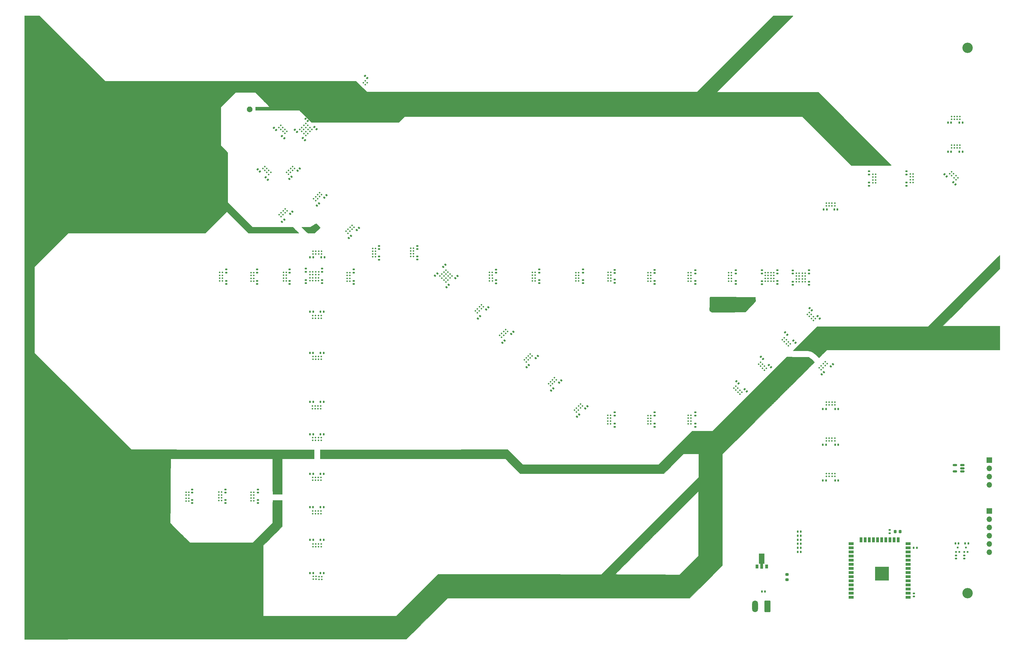
<source format=gbr>
%TF.GenerationSoftware,KiCad,Pcbnew,7.0.1*%
%TF.CreationDate,2023-09-17T14:31:18-07:00*%
%TF.ProjectId,vancouver-skytrain-pcb,76616e63-6f75-4766-9572-2d736b797472,rev?*%
%TF.SameCoordinates,Original*%
%TF.FileFunction,Soldermask,Top*%
%TF.FilePolarity,Negative*%
%FSLAX46Y46*%
G04 Gerber Fmt 4.6, Leading zero omitted, Abs format (unit mm)*
G04 Created by KiCad (PCBNEW 7.0.1) date 2023-09-17 14:31:18*
%MOMM*%
%LPD*%
G01*
G04 APERTURE LIST*
G04 Aperture macros list*
%AMRoundRect*
0 Rectangle with rounded corners*
0 $1 Rounding radius*
0 $2 $3 $4 $5 $6 $7 $8 $9 X,Y pos of 4 corners*
0 Add a 4 corners polygon primitive as box body*
4,1,4,$2,$3,$4,$5,$6,$7,$8,$9,$2,$3,0*
0 Add four circle primitives for the rounded corners*
1,1,$1+$1,$2,$3*
1,1,$1+$1,$4,$5*
1,1,$1+$1,$6,$7*
1,1,$1+$1,$8,$9*
0 Add four rect primitives between the rounded corners*
20,1,$1+$1,$2,$3,$4,$5,0*
20,1,$1+$1,$4,$5,$6,$7,0*
20,1,$1+$1,$6,$7,$8,$9,0*
20,1,$1+$1,$8,$9,$2,$3,0*%
%AMFreePoly0*
4,1,9,3.862500,-0.866500,0.737500,-0.866500,0.737500,-0.450000,-0.737500,-0.450000,-0.737500,0.450000,0.737500,0.450000,0.737500,0.866500,3.862500,0.866500,3.862500,-0.866500,3.862500,-0.866500,$1*%
G04 Aperture macros list end*
%ADD10C,0.010000*%
%ADD11RoundRect,0.147500X-0.172500X0.147500X-0.172500X-0.147500X0.172500X-0.147500X0.172500X0.147500X0*%
%ADD12RoundRect,0.112500X-0.112500X-0.112500X0.112500X-0.112500X0.112500X0.112500X-0.112500X0.112500X0*%
%ADD13RoundRect,0.112500X-0.112500X0.112500X-0.112500X-0.112500X0.112500X-0.112500X0.112500X0.112500X0*%
%ADD14RoundRect,0.112500X-0.159099X0.000000X0.000000X-0.159099X0.159099X0.000000X0.000000X0.159099X0*%
%ADD15RoundRect,0.147500X0.226274X0.017678X0.017678X0.226274X-0.226274X-0.017678X-0.017678X-0.226274X0*%
%ADD16RoundRect,0.112500X0.000000X0.159099X-0.159099X0.000000X0.000000X-0.159099X0.159099X0.000000X0*%
%ADD17RoundRect,0.147500X-0.226274X-0.017678X-0.017678X-0.226274X0.226274X0.017678X0.017678X0.226274X0*%
%ADD18C,3.200000*%
%ADD19RoundRect,0.147500X0.147500X0.172500X-0.147500X0.172500X-0.147500X-0.172500X0.147500X-0.172500X0*%
%ADD20RoundRect,0.147500X-0.147500X-0.172500X0.147500X-0.172500X0.147500X0.172500X-0.147500X0.172500X0*%
%ADD21RoundRect,0.147500X0.172500X-0.147500X0.172500X0.147500X-0.172500X0.147500X-0.172500X-0.147500X0*%
%ADD22RoundRect,0.112500X0.112500X0.112500X-0.112500X0.112500X-0.112500X-0.112500X0.112500X-0.112500X0*%
%ADD23RoundRect,0.147500X0.017678X-0.226274X0.226274X-0.017678X-0.017678X0.226274X-0.226274X0.017678X0*%
%ADD24RoundRect,0.112500X0.112500X-0.112500X0.112500X0.112500X-0.112500X0.112500X-0.112500X-0.112500X0*%
%ADD25R,1.700000X1.700000*%
%ADD26O,1.700000X1.700000*%
%ADD27R,0.500000X0.600000*%
%ADD28RoundRect,0.112500X0.159099X0.000000X0.000000X0.159099X-0.159099X0.000000X0.000000X-0.159099X0*%
%ADD29RoundRect,0.147500X-0.017678X0.226274X-0.226274X0.017678X0.017678X-0.226274X0.226274X-0.017678X0*%
%ADD30RoundRect,0.112500X0.000000X-0.159099X0.159099X0.000000X0.000000X0.159099X-0.159099X0.000000X0*%
%ADD31RoundRect,0.218750X0.218750X0.256250X-0.218750X0.256250X-0.218750X-0.256250X0.218750X-0.256250X0*%
%ADD32R,0.900000X1.300000*%
%ADD33FreePoly0,90.000000*%
%ADD34RoundRect,0.218750X-0.256250X0.218750X-0.256250X-0.218750X0.256250X-0.218750X0.256250X0.218750X0*%
%ADD35RoundRect,0.135000X-0.135000X-0.185000X0.135000X-0.185000X0.135000X0.185000X-0.135000X0.185000X0*%
%ADD36R,1.500000X0.900000*%
%ADD37R,0.900000X1.500000*%
%ADD38C,0.600000*%
%ADD39R,4.200000X4.200000*%
%ADD40RoundRect,0.150000X0.512500X0.150000X-0.512500X0.150000X-0.512500X-0.150000X0.512500X-0.150000X0*%
%ADD41RoundRect,0.250000X0.650000X1.550000X-0.650000X1.550000X-0.650000X-1.550000X0.650000X-1.550000X0*%
%ADD42O,1.800000X3.600000*%
G04 APERTURE END LIST*
%TO.C,G\u002A\u002A\u002A*%
D10*
X81285326Y-40071318D02*
X81356563Y-40076820D01*
X81414659Y-40089773D01*
X81474194Y-40113057D01*
X81525036Y-40137293D01*
X81687948Y-40239379D01*
X81819409Y-40367065D01*
X81917600Y-40515720D01*
X81980705Y-40680714D01*
X82006907Y-40857415D01*
X81994388Y-41041194D01*
X81947045Y-41212713D01*
X81884008Y-41332391D01*
X81791020Y-41450128D01*
X81679136Y-41554884D01*
X81559413Y-41635617D01*
X81492826Y-41666309D01*
X81344581Y-41706365D01*
X81185819Y-41722996D01*
X81033485Y-41715184D01*
X80953589Y-41698726D01*
X80809144Y-41644911D01*
X80683692Y-41566738D01*
X80564153Y-41455919D01*
X80555221Y-41446234D01*
X80460353Y-41325138D01*
X80397722Y-41200253D01*
X80363207Y-41060367D01*
X80352686Y-40895213D01*
X80361294Y-40736543D01*
X80390397Y-40605203D01*
X80444910Y-40489158D01*
X80529752Y-40376376D01*
X80591306Y-40311194D01*
X80704336Y-40209594D01*
X80813382Y-40139516D01*
X80930237Y-40096187D01*
X81066688Y-40074837D01*
X81186369Y-40070385D01*
X81285326Y-40071318D01*
G36*
X81285326Y-40071318D02*
G01*
X81356563Y-40076820D01*
X81414659Y-40089773D01*
X81474194Y-40113057D01*
X81525036Y-40137293D01*
X81687948Y-40239379D01*
X81819409Y-40367065D01*
X81917600Y-40515720D01*
X81980705Y-40680714D01*
X82006907Y-40857415D01*
X81994388Y-41041194D01*
X81947045Y-41212713D01*
X81884008Y-41332391D01*
X81791020Y-41450128D01*
X81679136Y-41554884D01*
X81559413Y-41635617D01*
X81492826Y-41666309D01*
X81344581Y-41706365D01*
X81185819Y-41722996D01*
X81033485Y-41715184D01*
X80953589Y-41698726D01*
X80809144Y-41644911D01*
X80683692Y-41566738D01*
X80564153Y-41455919D01*
X80555221Y-41446234D01*
X80460353Y-41325138D01*
X80397722Y-41200253D01*
X80363207Y-41060367D01*
X80352686Y-40895213D01*
X80361294Y-40736543D01*
X80390397Y-40605203D01*
X80444910Y-40489158D01*
X80529752Y-40376376D01*
X80591306Y-40311194D01*
X80704336Y-40209594D01*
X80813382Y-40139516D01*
X80930237Y-40096187D01*
X81066688Y-40074837D01*
X81186369Y-40070385D01*
X81285326Y-40071318D01*
G37*
X101679216Y-76129538D02*
X101706638Y-76147112D01*
X101744526Y-76177575D01*
X101795807Y-76223509D01*
X101863405Y-76287495D01*
X101950248Y-76372117D01*
X102059259Y-76479955D01*
X102193366Y-76613592D01*
X102291949Y-76712085D01*
X102424269Y-76845113D01*
X102546715Y-76969696D01*
X102656126Y-77082506D01*
X102749339Y-77180214D01*
X102823191Y-77259492D01*
X102874520Y-77317012D01*
X102900163Y-77349446D01*
X102902521Y-77354659D01*
X102887955Y-77375224D01*
X102846184Y-77422986D01*
X102779871Y-77495147D01*
X102691684Y-77588908D01*
X102584288Y-77701470D01*
X102460348Y-77830034D01*
X102322531Y-77971802D01*
X102173502Y-78123975D01*
X102060663Y-78238505D01*
X101219194Y-79090463D01*
X99039810Y-79090463D01*
X98119253Y-78169723D01*
X97927907Y-77978130D01*
X97764629Y-77814101D01*
X97627371Y-77675449D01*
X97514084Y-77559986D01*
X97422720Y-77465527D01*
X97351231Y-77389884D01*
X97297567Y-77330870D01*
X97259680Y-77286299D01*
X97235523Y-77253983D01*
X97223045Y-77231736D01*
X97220200Y-77217371D01*
X97222065Y-77211932D01*
X97229070Y-77204280D01*
X97241804Y-77197725D01*
X97263429Y-77192167D01*
X97297104Y-77187502D01*
X97345991Y-77183628D01*
X97413250Y-77180445D01*
X97502041Y-77177849D01*
X97615525Y-77175739D01*
X97756863Y-77174013D01*
X97929216Y-77172569D01*
X98135744Y-77171305D01*
X98379607Y-77170119D01*
X98539753Y-77169425D01*
X99834072Y-77163971D01*
X100707032Y-76659613D01*
X100884111Y-76557351D01*
X101051254Y-76460915D01*
X101204628Y-76372512D01*
X101340401Y-76294345D01*
X101454738Y-76228621D01*
X101543807Y-76177546D01*
X101603774Y-76143323D01*
X101630491Y-76128326D01*
X101644068Y-76122727D01*
X101659334Y-76122270D01*
X101679216Y-76129538D01*
G36*
X101679216Y-76129538D02*
G01*
X101706638Y-76147112D01*
X101744526Y-76177575D01*
X101795807Y-76223509D01*
X101863405Y-76287495D01*
X101950248Y-76372117D01*
X102059259Y-76479955D01*
X102193366Y-76613592D01*
X102291949Y-76712085D01*
X102424269Y-76845113D01*
X102546715Y-76969696D01*
X102656126Y-77082506D01*
X102749339Y-77180214D01*
X102823191Y-77259492D01*
X102874520Y-77317012D01*
X102900163Y-77349446D01*
X102902521Y-77354659D01*
X102887955Y-77375224D01*
X102846184Y-77422986D01*
X102779871Y-77495147D01*
X102691684Y-77588908D01*
X102584288Y-77701470D01*
X102460348Y-77830034D01*
X102322531Y-77971802D01*
X102173502Y-78123975D01*
X102060663Y-78238505D01*
X101219194Y-79090463D01*
X99039810Y-79090463D01*
X98119253Y-78169723D01*
X97927907Y-77978130D01*
X97764629Y-77814101D01*
X97627371Y-77675449D01*
X97514084Y-77559986D01*
X97422720Y-77465527D01*
X97351231Y-77389884D01*
X97297567Y-77330870D01*
X97259680Y-77286299D01*
X97235523Y-77253983D01*
X97223045Y-77231736D01*
X97220200Y-77217371D01*
X97222065Y-77211932D01*
X97229070Y-77204280D01*
X97241804Y-77197725D01*
X97263429Y-77192167D01*
X97297104Y-77187502D01*
X97345991Y-77183628D01*
X97413250Y-77180445D01*
X97502041Y-77177849D01*
X97615525Y-77175739D01*
X97756863Y-77174013D01*
X97929216Y-77172569D01*
X98135744Y-77171305D01*
X98379607Y-77170119D01*
X98539753Y-77169425D01*
X99834072Y-77163971D01*
X100707032Y-76659613D01*
X100884111Y-76557351D01*
X101051254Y-76460915D01*
X101204628Y-76372512D01*
X101340401Y-76294345D01*
X101454738Y-76228621D01*
X101543807Y-76177546D01*
X101603774Y-76143323D01*
X101630491Y-76128326D01*
X101644068Y-76122727D01*
X101659334Y-76122270D01*
X101679216Y-76129538D01*
G37*
X311902576Y-90066938D02*
X303151624Y-98860909D01*
X294400673Y-107654880D01*
X311913159Y-107676046D01*
X311913159Y-114999713D01*
X258763505Y-115010313D01*
X257535984Y-116237971D01*
X257346763Y-116426958D01*
X257165941Y-116607060D01*
X256995775Y-116776059D01*
X256838524Y-116931735D01*
X256696444Y-117071869D01*
X256571794Y-117194242D01*
X256466830Y-117296635D01*
X256383811Y-117376829D01*
X256324994Y-117432604D01*
X256292637Y-117461741D01*
X256287043Y-117465630D01*
X256267300Y-117451161D01*
X256221673Y-117410202D01*
X256153982Y-117346418D01*
X256068052Y-117263477D01*
X255967704Y-117165047D01*
X255856761Y-117054794D01*
X255810724Y-117008657D01*
X255532237Y-116736979D01*
X255253721Y-116480881D01*
X254981382Y-116245776D01*
X254721430Y-116037075D01*
X254550845Y-115910088D01*
X254297420Y-115741379D01*
X254051376Y-115606320D01*
X253801896Y-115500339D01*
X253538161Y-115418867D01*
X253249354Y-115357330D01*
X253238377Y-115355433D01*
X253201507Y-115349691D01*
X253159753Y-115344534D01*
X253110606Y-115339916D01*
X253051554Y-115335790D01*
X252980088Y-115332108D01*
X252893697Y-115328824D01*
X252789871Y-115325890D01*
X252666100Y-115323259D01*
X252519872Y-115320885D01*
X252348678Y-115318720D01*
X252150007Y-115316717D01*
X251921349Y-115314829D01*
X251660193Y-115313009D01*
X251364030Y-115311211D01*
X251030348Y-115309386D01*
X250688860Y-115307648D01*
X250324108Y-115305822D01*
X249999359Y-115304132D01*
X249712282Y-115302530D01*
X249460547Y-115300961D01*
X249241823Y-115299377D01*
X249053781Y-115297724D01*
X248894089Y-115295952D01*
X248760418Y-115294009D01*
X248650437Y-115291844D01*
X248561816Y-115289405D01*
X248492224Y-115286641D01*
X248439331Y-115283500D01*
X248400807Y-115279932D01*
X248374321Y-115275884D01*
X248357544Y-115271306D01*
X248348144Y-115266146D01*
X248343792Y-115260352D01*
X248342499Y-115255888D01*
X248349779Y-115243151D01*
X248373933Y-115213920D01*
X248415699Y-115167448D01*
X248475815Y-115102988D01*
X248555018Y-115019792D01*
X248654046Y-114917114D01*
X248773637Y-114794205D01*
X248914527Y-114650320D01*
X249077455Y-114484710D01*
X249263158Y-114296628D01*
X249472374Y-114085328D01*
X249705840Y-113850063D01*
X249964294Y-113590084D01*
X250248473Y-113304645D01*
X250559115Y-112992998D01*
X250896957Y-112654397D01*
X251262737Y-112288094D01*
X251657193Y-111893342D01*
X252014609Y-111535846D01*
X255694447Y-107855963D01*
X289836341Y-107855963D01*
X300821826Y-96870463D01*
X301557789Y-96134534D01*
X302264276Y-95428154D01*
X302941712Y-94750900D01*
X303590517Y-94102352D01*
X304211117Y-93482088D01*
X304803934Y-92889686D01*
X305369391Y-92324726D01*
X305907912Y-91786786D01*
X306419919Y-91275444D01*
X306905836Y-90790280D01*
X307366086Y-90330872D01*
X307801092Y-89896799D01*
X308211278Y-89487638D01*
X308597066Y-89102970D01*
X308958880Y-88742372D01*
X309297143Y-88405423D01*
X309612278Y-88091702D01*
X309904708Y-87800787D01*
X310174857Y-87532258D01*
X310423147Y-87285692D01*
X310650002Y-87060669D01*
X310855846Y-86856766D01*
X311041100Y-86673563D01*
X311206189Y-86510639D01*
X311351535Y-86367572D01*
X311477562Y-86243940D01*
X311584693Y-86139322D01*
X311673351Y-86053297D01*
X311743960Y-85985444D01*
X311796942Y-85935341D01*
X311832720Y-85902567D01*
X311851719Y-85886700D01*
X311854943Y-85884963D01*
X311902576Y-85884963D01*
X311902576Y-90066938D01*
G36*
X311902576Y-90066938D02*
G01*
X303151624Y-98860909D01*
X294400673Y-107654880D01*
X311913159Y-107676046D01*
X311913159Y-114999713D01*
X258763505Y-115010313D01*
X257535984Y-116237971D01*
X257346763Y-116426958D01*
X257165941Y-116607060D01*
X256995775Y-116776059D01*
X256838524Y-116931735D01*
X256696444Y-117071869D01*
X256571794Y-117194242D01*
X256466830Y-117296635D01*
X256383811Y-117376829D01*
X256324994Y-117432604D01*
X256292637Y-117461741D01*
X256287043Y-117465630D01*
X256267300Y-117451161D01*
X256221673Y-117410202D01*
X256153982Y-117346418D01*
X256068052Y-117263477D01*
X255967704Y-117165047D01*
X255856761Y-117054794D01*
X255810724Y-117008657D01*
X255532237Y-116736979D01*
X255253721Y-116480881D01*
X254981382Y-116245776D01*
X254721430Y-116037075D01*
X254550845Y-115910088D01*
X254297420Y-115741379D01*
X254051376Y-115606320D01*
X253801896Y-115500339D01*
X253538161Y-115418867D01*
X253249354Y-115357330D01*
X253238377Y-115355433D01*
X253201507Y-115349691D01*
X253159753Y-115344534D01*
X253110606Y-115339916D01*
X253051554Y-115335790D01*
X252980088Y-115332108D01*
X252893697Y-115328824D01*
X252789871Y-115325890D01*
X252666100Y-115323259D01*
X252519872Y-115320885D01*
X252348678Y-115318720D01*
X252150007Y-115316717D01*
X251921349Y-115314829D01*
X251660193Y-115313009D01*
X251364030Y-115311211D01*
X251030348Y-115309386D01*
X250688860Y-115307648D01*
X250324108Y-115305822D01*
X249999359Y-115304132D01*
X249712282Y-115302530D01*
X249460547Y-115300961D01*
X249241823Y-115299377D01*
X249053781Y-115297724D01*
X248894089Y-115295952D01*
X248760418Y-115294009D01*
X248650437Y-115291844D01*
X248561816Y-115289405D01*
X248492224Y-115286641D01*
X248439331Y-115283500D01*
X248400807Y-115279932D01*
X248374321Y-115275884D01*
X248357544Y-115271306D01*
X248348144Y-115266146D01*
X248343792Y-115260352D01*
X248342499Y-115255888D01*
X248349779Y-115243151D01*
X248373933Y-115213920D01*
X248415699Y-115167448D01*
X248475815Y-115102988D01*
X248555018Y-115019792D01*
X248654046Y-114917114D01*
X248773637Y-114794205D01*
X248914527Y-114650320D01*
X249077455Y-114484710D01*
X249263158Y-114296628D01*
X249472374Y-114085328D01*
X249705840Y-113850063D01*
X249964294Y-113590084D01*
X250248473Y-113304645D01*
X250559115Y-112992998D01*
X250896957Y-112654397D01*
X251262737Y-112288094D01*
X251657193Y-111893342D01*
X252014609Y-111535846D01*
X255694447Y-107855963D01*
X289836341Y-107855963D01*
X300821826Y-96870463D01*
X301557789Y-96134534D01*
X302264276Y-95428154D01*
X302941712Y-94750900D01*
X303590517Y-94102352D01*
X304211117Y-93482088D01*
X304803934Y-92889686D01*
X305369391Y-92324726D01*
X305907912Y-91786786D01*
X306419919Y-91275444D01*
X306905836Y-90790280D01*
X307366086Y-90330872D01*
X307801092Y-89896799D01*
X308211278Y-89487638D01*
X308597066Y-89102970D01*
X308958880Y-88742372D01*
X309297143Y-88405423D01*
X309612278Y-88091702D01*
X309904708Y-87800787D01*
X310174857Y-87532258D01*
X310423147Y-87285692D01*
X310650002Y-87060669D01*
X310855846Y-86856766D01*
X311041100Y-86673563D01*
X311206189Y-86510639D01*
X311351535Y-86367572D01*
X311477562Y-86243940D01*
X311584693Y-86139322D01*
X311673351Y-86053297D01*
X311743960Y-85985444D01*
X311796942Y-85935341D01*
X311832720Y-85902567D01*
X311851719Y-85886700D01*
X311854943Y-85884963D01*
X311902576Y-85884963D01*
X311902576Y-90066938D01*
G37*
X224554335Y-98718175D02*
X224871005Y-98718498D01*
X225220085Y-98719059D01*
X225602721Y-98719858D01*
X226020057Y-98720894D01*
X226473238Y-98722167D01*
X226963411Y-98723677D01*
X227491719Y-98725423D01*
X228059309Y-98727405D01*
X228667324Y-98729623D01*
X229094507Y-98731227D01*
X229610986Y-98733178D01*
X230120862Y-98735084D01*
X230622208Y-98736940D01*
X231113101Y-98738739D01*
X231591615Y-98740474D01*
X232055823Y-98742138D01*
X232503801Y-98743726D01*
X232933622Y-98745231D01*
X233343362Y-98746645D01*
X233731095Y-98747964D01*
X234094896Y-98749179D01*
X234432839Y-98750286D01*
X234742998Y-98751276D01*
X235023448Y-98752144D01*
X235272264Y-98752883D01*
X235487520Y-98753487D01*
X235667290Y-98753949D01*
X235809650Y-98754262D01*
X235912673Y-98754421D01*
X235952246Y-98754439D01*
X236143390Y-98754450D01*
X236296724Y-98754761D01*
X236416773Y-98755658D01*
X236508061Y-98757428D01*
X236575112Y-98760358D01*
X236622450Y-98764735D01*
X236654599Y-98770846D01*
X236676084Y-98778978D01*
X236691428Y-98789417D01*
X236704874Y-98802170D01*
X236720843Y-98820400D01*
X236733351Y-98843013D01*
X236743251Y-98875850D01*
X236751395Y-98924753D01*
X236758636Y-98995560D01*
X236765828Y-99094112D01*
X236773822Y-99226250D01*
X236778283Y-99304879D01*
X236788732Y-99495456D01*
X236796309Y-99648818D01*
X236800871Y-99769998D01*
X236802276Y-99864026D01*
X236800381Y-99935932D01*
X236795044Y-99990749D01*
X236786123Y-100033507D01*
X236773474Y-100069237D01*
X236756957Y-100102970D01*
X236755617Y-100105451D01*
X236734510Y-100132915D01*
X236686625Y-100188111D01*
X236614351Y-100268521D01*
X236520081Y-100371630D01*
X236406205Y-100494921D01*
X236275113Y-100635878D01*
X236129196Y-100791987D01*
X235970846Y-100960729D01*
X235802452Y-101139591D01*
X235626406Y-101326055D01*
X235445098Y-101517606D01*
X235260919Y-101711727D01*
X235076260Y-101905903D01*
X234893511Y-102097617D01*
X234715063Y-102284355D01*
X234543308Y-102463599D01*
X234380635Y-102632833D01*
X234229436Y-102789542D01*
X234092101Y-102931210D01*
X233971021Y-103055321D01*
X233868587Y-103159359D01*
X233787189Y-103240807D01*
X233729218Y-103297150D01*
X233697066Y-103325871D01*
X233692776Y-103328743D01*
X233652420Y-103339091D01*
X233576231Y-103347580D01*
X233462517Y-103354318D01*
X233309588Y-103359409D01*
X233151992Y-103362454D01*
X233028270Y-103364170D01*
X232868413Y-103366210D01*
X232674980Y-103368548D01*
X232450530Y-103371159D01*
X232197622Y-103374018D01*
X231918814Y-103377100D01*
X231616667Y-103380379D01*
X231293739Y-103383831D01*
X230952589Y-103387429D01*
X230595776Y-103391150D01*
X230225859Y-103394967D01*
X229845398Y-103398855D01*
X229456951Y-103402790D01*
X229063078Y-103406745D01*
X228666337Y-103410697D01*
X228269287Y-103414619D01*
X227874488Y-103418487D01*
X227484498Y-103422274D01*
X227101878Y-103425957D01*
X226729184Y-103429509D01*
X226368978Y-103432906D01*
X226023817Y-103436122D01*
X225696262Y-103439133D01*
X225388870Y-103441912D01*
X225104201Y-103444435D01*
X224844814Y-103446676D01*
X224613268Y-103448611D01*
X224412122Y-103450214D01*
X224243936Y-103451460D01*
X224111267Y-103452323D01*
X224016676Y-103452779D01*
X223976242Y-103452845D01*
X223810301Y-103452519D01*
X223680683Y-103451616D01*
X223581378Y-103449671D01*
X223506374Y-103446221D01*
X223449662Y-103440802D01*
X223405230Y-103432950D01*
X223367070Y-103422201D01*
X223329170Y-103408092D01*
X223313493Y-103401716D01*
X223205352Y-103351259D01*
X223085812Y-103285819D01*
X222967021Y-103212914D01*
X222861125Y-103140061D01*
X222780273Y-103074780D01*
X222770704Y-103065765D01*
X222717236Y-103003908D01*
X222674911Y-102937382D01*
X222661901Y-102907464D01*
X222656691Y-102882375D01*
X222652476Y-102840428D01*
X222649279Y-102779772D01*
X222647121Y-102698557D01*
X222646024Y-102594931D01*
X222646009Y-102467045D01*
X222647097Y-102313048D01*
X222649311Y-102131089D01*
X222652672Y-101919318D01*
X222657201Y-101675884D01*
X222662920Y-101398937D01*
X222669850Y-101086625D01*
X222678013Y-100737100D01*
X222687430Y-100348509D01*
X222695389Y-100027930D01*
X222701905Y-99766965D01*
X222707640Y-99545031D01*
X222713025Y-99358844D01*
X222718491Y-99205119D01*
X222724470Y-99080570D01*
X222731393Y-98981913D01*
X222739693Y-98905864D01*
X222749799Y-98849137D01*
X222762144Y-98808447D01*
X222777159Y-98780510D01*
X222795275Y-98762042D01*
X222816925Y-98749756D01*
X222842538Y-98740370D01*
X222865466Y-98732973D01*
X222882533Y-98730416D01*
X222918270Y-98728101D01*
X222973820Y-98726027D01*
X223050328Y-98724194D01*
X223148941Y-98722602D01*
X223270803Y-98721251D01*
X223417059Y-98720139D01*
X223588855Y-98719268D01*
X223787335Y-98718636D01*
X224013645Y-98718244D01*
X224268930Y-98718090D01*
X224554335Y-98718175D01*
G36*
X224554335Y-98718175D02*
G01*
X224871005Y-98718498D01*
X225220085Y-98719059D01*
X225602721Y-98719858D01*
X226020057Y-98720894D01*
X226473238Y-98722167D01*
X226963411Y-98723677D01*
X227491719Y-98725423D01*
X228059309Y-98727405D01*
X228667324Y-98729623D01*
X229094507Y-98731227D01*
X229610986Y-98733178D01*
X230120862Y-98735084D01*
X230622208Y-98736940D01*
X231113101Y-98738739D01*
X231591615Y-98740474D01*
X232055823Y-98742138D01*
X232503801Y-98743726D01*
X232933622Y-98745231D01*
X233343362Y-98746645D01*
X233731095Y-98747964D01*
X234094896Y-98749179D01*
X234432839Y-98750286D01*
X234742998Y-98751276D01*
X235023448Y-98752144D01*
X235272264Y-98752883D01*
X235487520Y-98753487D01*
X235667290Y-98753949D01*
X235809650Y-98754262D01*
X235912673Y-98754421D01*
X235952246Y-98754439D01*
X236143390Y-98754450D01*
X236296724Y-98754761D01*
X236416773Y-98755658D01*
X236508061Y-98757428D01*
X236575112Y-98760358D01*
X236622450Y-98764735D01*
X236654599Y-98770846D01*
X236676084Y-98778978D01*
X236691428Y-98789417D01*
X236704874Y-98802170D01*
X236720843Y-98820400D01*
X236733351Y-98843013D01*
X236743251Y-98875850D01*
X236751395Y-98924753D01*
X236758636Y-98995560D01*
X236765828Y-99094112D01*
X236773822Y-99226250D01*
X236778283Y-99304879D01*
X236788732Y-99495456D01*
X236796309Y-99648818D01*
X236800871Y-99769998D01*
X236802276Y-99864026D01*
X236800381Y-99935932D01*
X236795044Y-99990749D01*
X236786123Y-100033507D01*
X236773474Y-100069237D01*
X236756957Y-100102970D01*
X236755617Y-100105451D01*
X236734510Y-100132915D01*
X236686625Y-100188111D01*
X236614351Y-100268521D01*
X236520081Y-100371630D01*
X236406205Y-100494921D01*
X236275113Y-100635878D01*
X236129196Y-100791987D01*
X235970846Y-100960729D01*
X235802452Y-101139591D01*
X235626406Y-101326055D01*
X235445098Y-101517606D01*
X235260919Y-101711727D01*
X235076260Y-101905903D01*
X234893511Y-102097617D01*
X234715063Y-102284355D01*
X234543308Y-102463599D01*
X234380635Y-102632833D01*
X234229436Y-102789542D01*
X234092101Y-102931210D01*
X233971021Y-103055321D01*
X233868587Y-103159359D01*
X233787189Y-103240807D01*
X233729218Y-103297150D01*
X233697066Y-103325871D01*
X233692776Y-103328743D01*
X233652420Y-103339091D01*
X233576231Y-103347580D01*
X233462517Y-103354318D01*
X233309588Y-103359409D01*
X233151992Y-103362454D01*
X233028270Y-103364170D01*
X232868413Y-103366210D01*
X232674980Y-103368548D01*
X232450530Y-103371159D01*
X232197622Y-103374018D01*
X231918814Y-103377100D01*
X231616667Y-103380379D01*
X231293739Y-103383831D01*
X230952589Y-103387429D01*
X230595776Y-103391150D01*
X230225859Y-103394967D01*
X229845398Y-103398855D01*
X229456951Y-103402790D01*
X229063078Y-103406745D01*
X228666337Y-103410697D01*
X228269287Y-103414619D01*
X227874488Y-103418487D01*
X227484498Y-103422274D01*
X227101878Y-103425957D01*
X226729184Y-103429509D01*
X226368978Y-103432906D01*
X226023817Y-103436122D01*
X225696262Y-103439133D01*
X225388870Y-103441912D01*
X225104201Y-103444435D01*
X224844814Y-103446676D01*
X224613268Y-103448611D01*
X224412122Y-103450214D01*
X224243936Y-103451460D01*
X224111267Y-103452323D01*
X224016676Y-103452779D01*
X223976242Y-103452845D01*
X223810301Y-103452519D01*
X223680683Y-103451616D01*
X223581378Y-103449671D01*
X223506374Y-103446221D01*
X223449662Y-103440802D01*
X223405230Y-103432950D01*
X223367070Y-103422201D01*
X223329170Y-103408092D01*
X223313493Y-103401716D01*
X223205352Y-103351259D01*
X223085812Y-103285819D01*
X222967021Y-103212914D01*
X222861125Y-103140061D01*
X222780273Y-103074780D01*
X222770704Y-103065765D01*
X222717236Y-103003908D01*
X222674911Y-102937382D01*
X222661901Y-102907464D01*
X222656691Y-102882375D01*
X222652476Y-102840428D01*
X222649279Y-102779772D01*
X222647121Y-102698557D01*
X222646024Y-102594931D01*
X222646009Y-102467045D01*
X222647097Y-102313048D01*
X222649311Y-102131089D01*
X222652672Y-101919318D01*
X222657201Y-101675884D01*
X222662920Y-101398937D01*
X222669850Y-101086625D01*
X222678013Y-100737100D01*
X222687430Y-100348509D01*
X222695389Y-100027930D01*
X222701905Y-99766965D01*
X222707640Y-99545031D01*
X222713025Y-99358844D01*
X222718491Y-99205119D01*
X222724470Y-99080570D01*
X222731393Y-98981913D01*
X222739693Y-98905864D01*
X222749799Y-98849137D01*
X222762144Y-98808447D01*
X222777159Y-98780510D01*
X222795275Y-98762042D01*
X222816925Y-98749756D01*
X222842538Y-98740370D01*
X222865466Y-98732973D01*
X222882533Y-98730416D01*
X222918270Y-98728101D01*
X222973820Y-98726027D01*
X223050328Y-98724194D01*
X223148941Y-98722602D01*
X223270803Y-98721251D01*
X223417059Y-98720139D01*
X223588855Y-98719268D01*
X223787335Y-98718636D01*
X224013645Y-98718244D01*
X224268930Y-98718090D01*
X224554335Y-98718175D01*
G37*
X189423486Y-184159958D02*
X193593182Y-184159958D01*
X193614679Y-184160665D01*
X193676879Y-184161576D01*
X193778152Y-184162681D01*
X193916870Y-184163972D01*
X194091401Y-184165438D01*
X194300118Y-184167072D01*
X194541389Y-184168863D01*
X194813586Y-184170804D01*
X195115078Y-184172883D01*
X195444237Y-184175093D01*
X195799432Y-184177424D01*
X196179034Y-184179867D01*
X196581413Y-184182413D01*
X197004940Y-184185053D01*
X197447985Y-184187776D01*
X197908919Y-184190576D01*
X198386111Y-184193441D01*
X198877932Y-184196363D01*
X199382753Y-184199332D01*
X199898943Y-184202341D01*
X200424874Y-184205378D01*
X200958915Y-184208436D01*
X201499438Y-184211505D01*
X202044812Y-184214575D01*
X202593407Y-184217638D01*
X203143595Y-184220685D01*
X203693745Y-184223706D01*
X204242227Y-184226692D01*
X204787414Y-184229634D01*
X205327673Y-184232522D01*
X205861377Y-184235349D01*
X206386895Y-184238103D01*
X206902597Y-184240777D01*
X207406855Y-184243361D01*
X207898038Y-184245846D01*
X208374517Y-184248222D01*
X208834662Y-184250481D01*
X209276844Y-184252613D01*
X209699433Y-184254609D01*
X210100799Y-184256461D01*
X210479312Y-184258158D01*
X210833344Y-184259692D01*
X211161264Y-184261053D01*
X211461443Y-184262232D01*
X211732251Y-184263221D01*
X211972059Y-184264009D01*
X212165214Y-184264553D01*
X213382268Y-184267630D01*
X219213742Y-178436270D01*
X219213742Y-158518393D01*
X206398204Y-171333917D01*
X205779708Y-171952437D01*
X205168573Y-172563644D01*
X204565483Y-173166853D01*
X203971122Y-173761378D01*
X203386175Y-174346535D01*
X202811325Y-174921637D01*
X202247258Y-175485999D01*
X201694656Y-176038937D01*
X201154205Y-176579764D01*
X200626589Y-177107796D01*
X200112491Y-177622347D01*
X199612597Y-178122731D01*
X199127590Y-178608264D01*
X198658155Y-179078260D01*
X198204975Y-179532033D01*
X197768735Y-179968899D01*
X197350120Y-180388171D01*
X196949813Y-180789165D01*
X196568499Y-181171195D01*
X196206861Y-181533577D01*
X195865585Y-181875623D01*
X195545354Y-182196650D01*
X195246853Y-182495972D01*
X194970766Y-182772903D01*
X194717776Y-183026759D01*
X194488569Y-183256853D01*
X194283829Y-183462500D01*
X194104239Y-183643016D01*
X193950484Y-183797714D01*
X193823249Y-183925910D01*
X193723217Y-184026917D01*
X193651072Y-184100052D01*
X193607499Y-184144627D01*
X193593182Y-184159958D01*
X189423486Y-184159958D01*
X204338655Y-169244800D01*
X219277242Y-154306224D01*
X219277242Y-147077796D01*
X214652270Y-147077796D01*
X211625492Y-150104630D01*
X208598714Y-153131463D01*
X164360251Y-153131463D01*
X162095500Y-150866637D01*
X159830749Y-148601812D01*
X131372120Y-148596512D01*
X102913492Y-148591213D01*
X102913492Y-145733713D01*
X131742521Y-145728413D01*
X160571549Y-145723114D01*
X165228087Y-150379796D01*
X206947691Y-150379796D01*
X217319293Y-140008130D01*
X223542340Y-140008130D01*
X246359992Y-117189948D01*
X249683159Y-117195497D01*
X250129429Y-117196169D01*
X250535394Y-117196693D01*
X250903080Y-117197171D01*
X251234515Y-117197707D01*
X251531724Y-117198404D01*
X251796734Y-117199363D01*
X252031574Y-117200688D01*
X252238269Y-117202482D01*
X252418847Y-117204848D01*
X252575334Y-117207888D01*
X252709757Y-117211704D01*
X252824143Y-117216401D01*
X252920519Y-117222080D01*
X253000912Y-117228844D01*
X253067349Y-117236796D01*
X253121857Y-117246039D01*
X253166462Y-117256676D01*
X253203191Y-117268810D01*
X253234072Y-117282542D01*
X253261130Y-117297976D01*
X253286394Y-117315216D01*
X253311890Y-117334362D01*
X253339645Y-117355519D01*
X253371685Y-117378789D01*
X253377501Y-117382824D01*
X253623403Y-117563130D01*
X253885010Y-117775751D01*
X254157105Y-118016196D01*
X254434471Y-118279978D01*
X254525034Y-118370138D01*
X254633509Y-118480020D01*
X254731516Y-118580615D01*
X254815252Y-118667914D01*
X254880914Y-118737907D01*
X254924700Y-118786583D01*
X254942806Y-118809934D01*
X254943076Y-118810925D01*
X254928215Y-118826703D01*
X254884067Y-118871758D01*
X254811283Y-118945437D01*
X254710515Y-119047088D01*
X254582415Y-119176059D01*
X254427633Y-119331696D01*
X254246823Y-119513348D01*
X254040635Y-119720361D01*
X253809721Y-119952084D01*
X253554733Y-120207863D01*
X253276322Y-120487047D01*
X252975139Y-120788982D01*
X252651837Y-121113017D01*
X252307067Y-121458498D01*
X251941481Y-121824773D01*
X251555730Y-122211190D01*
X251150466Y-122617096D01*
X250726341Y-123041838D01*
X250284005Y-123484764D01*
X249824111Y-123945222D01*
X249347311Y-124422558D01*
X248854255Y-124916121D01*
X248345596Y-125425258D01*
X247821985Y-125949316D01*
X247284074Y-126487643D01*
X246732514Y-127039586D01*
X246167958Y-127604493D01*
X245591055Y-128181711D01*
X245002459Y-128770588D01*
X244402821Y-129370471D01*
X243792792Y-129980708D01*
X243173025Y-130600646D01*
X242544170Y-131229632D01*
X241906879Y-131867015D01*
X241261804Y-132512140D01*
X240782575Y-132991379D01*
X226622075Y-147151868D01*
X226622076Y-164296768D01*
X226622076Y-181441669D01*
X216578614Y-191485463D01*
X142050632Y-191485463D01*
X135721825Y-197814296D01*
X129393019Y-204143130D01*
X72208228Y-204143130D01*
X70308540Y-204143131D01*
X68450728Y-204143137D01*
X66634335Y-204143146D01*
X64858905Y-204143159D01*
X63123979Y-204143177D01*
X61429102Y-204143199D01*
X59773816Y-204143227D01*
X58157664Y-204143259D01*
X56580189Y-204143297D01*
X55040934Y-204143340D01*
X53539442Y-204143390D01*
X52075256Y-204143445D01*
X50647919Y-204143507D01*
X49256974Y-204143576D01*
X47901963Y-204143651D01*
X46582431Y-204143734D01*
X45297919Y-204143824D01*
X44047971Y-204143922D01*
X42832129Y-204144028D01*
X41649938Y-204144142D01*
X40500938Y-204144264D01*
X39384675Y-204144396D01*
X38300690Y-204144536D01*
X37248526Y-204144685D01*
X36227727Y-204144844D01*
X35237836Y-204145012D01*
X34278394Y-204145191D01*
X33348947Y-204145379D01*
X32449035Y-204145578D01*
X31578203Y-204145788D01*
X30735993Y-204146009D01*
X29921948Y-204146241D01*
X29135612Y-204146485D01*
X28376526Y-204146740D01*
X27644235Y-204147007D01*
X26938281Y-204147287D01*
X26258207Y-204147579D01*
X25603556Y-204147884D01*
X24973871Y-204148201D01*
X24368695Y-204148533D01*
X23787570Y-204148877D01*
X23230041Y-204149236D01*
X22695650Y-204149608D01*
X22183939Y-204149995D01*
X21694452Y-204150396D01*
X21226732Y-204150812D01*
X20780321Y-204151243D01*
X20354763Y-204151689D01*
X19949601Y-204152151D01*
X19564377Y-204152629D01*
X19198635Y-204153123D01*
X18851917Y-204153633D01*
X18523767Y-204154159D01*
X18213728Y-204154703D01*
X17921341Y-204155263D01*
X17646151Y-204155841D01*
X17387701Y-204156436D01*
X17145532Y-204157050D01*
X16919189Y-204157681D01*
X16708215Y-204158331D01*
X16512151Y-204158999D01*
X16330542Y-204159686D01*
X16162929Y-204160392D01*
X16008857Y-204161118D01*
X15867868Y-204161863D01*
X15739505Y-204162628D01*
X15623311Y-204163413D01*
X15518828Y-204164219D01*
X15425601Y-204165045D01*
X15343171Y-204165892D01*
X15271083Y-204166760D01*
X15208878Y-204167650D01*
X15156100Y-204168561D01*
X15112292Y-204169494D01*
X15076996Y-204170449D01*
X15049756Y-204171427D01*
X15030115Y-204172427D01*
X15017615Y-204173450D01*
X15011800Y-204174496D01*
X15011254Y-204174880D01*
X15004948Y-204181004D01*
X14989190Y-204186302D01*
X14961178Y-204190831D01*
X14918106Y-204194650D01*
X14857171Y-204197816D01*
X14775567Y-204200388D01*
X14670491Y-204202423D01*
X14539138Y-204203980D01*
X14378704Y-204205117D01*
X14186384Y-204205892D01*
X13959374Y-204206363D01*
X13694870Y-204206587D01*
X13477934Y-204206630D01*
X13227936Y-204206438D01*
X12990355Y-204205884D01*
X12768576Y-204204999D01*
X12565983Y-204203813D01*
X12385960Y-204202359D01*
X12231893Y-204200666D01*
X12107164Y-204198766D01*
X12015158Y-204196691D01*
X11959260Y-204194471D01*
X11942687Y-204192518D01*
X11942390Y-204171124D01*
X11942095Y-204107818D01*
X11941801Y-204003019D01*
X11941508Y-203857150D01*
X11941218Y-203670630D01*
X11940929Y-203443880D01*
X11940642Y-203177321D01*
X11940356Y-202871375D01*
X11940073Y-202526460D01*
X11939791Y-202142999D01*
X11939512Y-201721413D01*
X11939234Y-201262120D01*
X11938959Y-200765544D01*
X11938686Y-200232103D01*
X11938415Y-199662219D01*
X11938146Y-199056314D01*
X11937880Y-198414806D01*
X11937616Y-197738118D01*
X11937355Y-197026669D01*
X11937096Y-196280882D01*
X11936840Y-195501175D01*
X11936586Y-194687971D01*
X11936336Y-193841689D01*
X11936088Y-192962751D01*
X11935843Y-192051577D01*
X11935601Y-191108589D01*
X11935361Y-190134206D01*
X11935125Y-189128849D01*
X11934892Y-188092940D01*
X11934663Y-187026899D01*
X11934436Y-185931146D01*
X11934213Y-184806103D01*
X11933993Y-183652190D01*
X11933776Y-182469828D01*
X11933563Y-181259438D01*
X11933354Y-180021440D01*
X11933148Y-178756255D01*
X11932946Y-177464304D01*
X11932747Y-176146007D01*
X11932553Y-174801786D01*
X11932362Y-173432061D01*
X11932175Y-172037253D01*
X11931992Y-170617782D01*
X11931813Y-169174069D01*
X11931638Y-167706535D01*
X11931468Y-166215601D01*
X11931301Y-164701688D01*
X11931139Y-163165216D01*
X11930982Y-161606605D01*
X11930828Y-160026277D01*
X11930679Y-158424653D01*
X11930535Y-156802153D01*
X11930395Y-155159197D01*
X11930260Y-153496208D01*
X11930130Y-151813604D01*
X11930004Y-150111808D01*
X11929883Y-148391239D01*
X11929768Y-146652319D01*
X11929657Y-144895468D01*
X11929551Y-143121107D01*
X11929450Y-141329657D01*
X11929354Y-139521538D01*
X11929264Y-137697172D01*
X11929179Y-135856978D01*
X11929099Y-134001378D01*
X11929025Y-132130793D01*
X11928956Y-130245643D01*
X11928892Y-128346348D01*
X11928835Y-126433330D01*
X11928782Y-124507010D01*
X11928736Y-122567807D01*
X11928695Y-120616144D01*
X11928660Y-118652439D01*
X11928631Y-116677116D01*
X11928608Y-114690593D01*
X11928591Y-112693292D01*
X11928581Y-110685633D01*
X11928576Y-108668038D01*
X11928576Y-12055630D01*
X16553387Y-12055630D01*
X26639387Y-22141546D01*
X36725386Y-32227463D01*
X113919533Y-32227463D01*
X115592192Y-33899630D01*
X117264851Y-35571796D01*
X218801006Y-35571796D01*
X230527326Y-23845463D01*
X242253645Y-12119130D01*
X245253282Y-12119129D01*
X248252919Y-12119129D01*
X248277145Y-12164395D01*
X248277234Y-12168533D01*
X248274085Y-12175733D01*
X248267089Y-12186611D01*
X248255637Y-12201779D01*
X248239117Y-12221852D01*
X248216921Y-12247441D01*
X248188438Y-12279162D01*
X248153059Y-12317627D01*
X248110173Y-12363449D01*
X248059172Y-12417244D01*
X247999444Y-12479623D01*
X247930380Y-12551200D01*
X247851370Y-12632590D01*
X247761804Y-12724405D01*
X247661073Y-12827259D01*
X247548567Y-12941765D01*
X247423675Y-13068538D01*
X247285787Y-13208190D01*
X247134295Y-13361334D01*
X246968588Y-13528585D01*
X246788056Y-13710557D01*
X246592089Y-13907861D01*
X246380077Y-14121113D01*
X246151411Y-14350925D01*
X245905481Y-14597911D01*
X245641676Y-14862684D01*
X245359387Y-15145859D01*
X245058005Y-15448047D01*
X244736918Y-15769864D01*
X244395518Y-16111923D01*
X244033194Y-16474836D01*
X243649336Y-16859218D01*
X243243336Y-17265681D01*
X242814581Y-17694841D01*
X242362464Y-18147309D01*
X241886374Y-18623699D01*
X241385701Y-19124626D01*
X240859835Y-19650702D01*
X240308167Y-20202541D01*
X239730086Y-20780757D01*
X239124983Y-21385963D01*
X238492247Y-22018772D01*
X237831269Y-22679798D01*
X237141440Y-23369655D01*
X236578041Y-23933062D01*
X224854711Y-35656463D01*
X256096714Y-35656463D01*
X267320311Y-46880135D01*
X267898964Y-47458821D01*
X268470231Y-48030179D01*
X269033381Y-48593476D01*
X269587682Y-49147979D01*
X270132401Y-49692953D01*
X270666807Y-50227666D01*
X271190167Y-50751384D01*
X271701750Y-51263373D01*
X272200824Y-51762901D01*
X272686656Y-52249233D01*
X273158516Y-52721637D01*
X273615669Y-53179378D01*
X274057386Y-53621724D01*
X274482933Y-54047941D01*
X274891580Y-54457296D01*
X275282593Y-54849055D01*
X275655240Y-55222484D01*
X276008791Y-55576851D01*
X276342512Y-55911422D01*
X276655673Y-56225463D01*
X276947540Y-56518241D01*
X277217382Y-56789023D01*
X277464468Y-57037074D01*
X277688064Y-57261663D01*
X277887439Y-57462055D01*
X278061861Y-57637516D01*
X278210598Y-57787314D01*
X278332918Y-57910715D01*
X278428089Y-58006986D01*
X278495380Y-58075392D01*
X278534057Y-58115202D01*
X278543909Y-58125985D01*
X278530391Y-58159088D01*
X278518509Y-58173563D01*
X278506905Y-58176176D01*
X278476733Y-58178619D01*
X278426850Y-58180896D01*
X278356117Y-58183013D01*
X278263391Y-58184974D01*
X278147532Y-58186783D01*
X278007397Y-58188445D01*
X277841847Y-58189966D01*
X277649739Y-58191349D01*
X277429932Y-58192599D01*
X277181286Y-58193722D01*
X276902659Y-58194721D01*
X276592909Y-58195601D01*
X276250896Y-58196368D01*
X275875478Y-58197025D01*
X275465514Y-58197578D01*
X275019863Y-58198031D01*
X274537384Y-58198389D01*
X274016935Y-58198656D01*
X273457375Y-58198837D01*
X272857563Y-58198938D01*
X272332539Y-58198963D01*
X266171970Y-58198963D01*
X251122514Y-43149463D01*
X128884805Y-43149463D01*
X127985409Y-44049046D01*
X127086012Y-44948629D01*
X113644823Y-44948630D01*
X100203633Y-44948630D01*
X99059953Y-43800338D01*
X98868070Y-43607429D01*
X98677839Y-43415699D01*
X98492457Y-43228400D01*
X98315119Y-43048781D01*
X98149023Y-42880094D01*
X97997365Y-42725589D01*
X97863342Y-42588517D01*
X97750150Y-42472128D01*
X97660986Y-42379672D01*
X97606642Y-42322506D01*
X97506096Y-42217367D01*
X97406627Y-42116721D01*
X97314828Y-42026994D01*
X97237293Y-41954608D01*
X97180615Y-41905989D01*
X97173668Y-41900654D01*
X97120243Y-41856974D01*
X97043892Y-41789530D01*
X96951477Y-41704640D01*
X96849860Y-41608618D01*
X96745902Y-41507782D01*
X96732610Y-41494685D01*
X96414895Y-41181029D01*
X89694694Y-41175704D01*
X82974492Y-41170380D01*
X82974492Y-40196713D01*
X85119581Y-40191320D01*
X87264669Y-40185927D01*
X87197281Y-40064320D01*
X87181665Y-40040787D01*
X87154587Y-40006535D01*
X87114761Y-39960243D01*
X87060900Y-39900591D01*
X86991716Y-39826259D01*
X86905923Y-39735926D01*
X86802234Y-39628272D01*
X86679362Y-39501976D01*
X86536019Y-39355719D01*
X86370920Y-39188180D01*
X86182777Y-38998039D01*
X85970303Y-38783976D01*
X85732211Y-38544669D01*
X85467214Y-38278799D01*
X85174026Y-37985046D01*
X85031066Y-37841921D01*
X82932239Y-35741130D01*
X76899732Y-35741130D01*
X74618987Y-38021801D01*
X72338242Y-40302473D01*
X72338242Y-52071370D01*
X73407159Y-53140129D01*
X74476076Y-54208889D01*
X74476076Y-61881906D01*
X74476075Y-69554924D01*
X78280806Y-73359610D01*
X82085536Y-77164296D01*
X94466859Y-77164296D01*
X95383511Y-78079755D01*
X95586977Y-78283410D01*
X95761496Y-78459117D01*
X95908513Y-78608393D01*
X96029471Y-78732759D01*
X96125817Y-78833733D01*
X96198995Y-78912836D01*
X96250449Y-78971587D01*
X96281625Y-79011505D01*
X96293967Y-79034109D01*
X96294244Y-79037546D01*
X96293462Y-79041262D01*
X96291336Y-79044755D01*
X96286587Y-79048032D01*
X96277938Y-79051103D01*
X96264112Y-79053973D01*
X96243830Y-79056652D01*
X96215815Y-79059147D01*
X96178790Y-79061466D01*
X96131477Y-79063616D01*
X96072597Y-79065607D01*
X96000874Y-79067445D01*
X95915030Y-79069138D01*
X95813787Y-79070694D01*
X95695867Y-79072121D01*
X95559994Y-79073427D01*
X95404888Y-79074620D01*
X95229273Y-79075707D01*
X95031870Y-79076697D01*
X94811403Y-79077597D01*
X94566593Y-79078415D01*
X94296164Y-79079159D01*
X93998836Y-79079837D01*
X93673333Y-79080456D01*
X93318376Y-79081025D01*
X92932689Y-79081550D01*
X92514994Y-79082042D01*
X92064012Y-79082506D01*
X91578466Y-79082950D01*
X91057080Y-79083384D01*
X90498574Y-79083814D01*
X89901671Y-79084248D01*
X89265094Y-79084694D01*
X88587564Y-79085161D01*
X88530796Y-79085200D01*
X80773267Y-79090520D01*
X77471187Y-75788491D01*
X74169108Y-72486463D01*
X67565210Y-79090463D01*
X25401127Y-79090463D01*
X15018909Y-89472745D01*
X15018909Y-115973391D01*
X44768659Y-145723115D01*
X72888576Y-145728414D01*
X101008492Y-145733713D01*
X101008492Y-148591213D01*
X96092574Y-148596549D01*
X91176657Y-148601886D01*
X91171324Y-154036383D01*
X91165992Y-159470880D01*
X89738584Y-159476321D01*
X89446390Y-159477284D01*
X89193987Y-159477761D01*
X88978834Y-159477714D01*
X88798393Y-159477108D01*
X88650123Y-159475904D01*
X88531483Y-159474065D01*
X88439934Y-159471555D01*
X88372936Y-159468335D01*
X88327949Y-159464369D01*
X88302433Y-159459619D01*
X88294283Y-159455155D01*
X88292801Y-159431927D01*
X88291351Y-159368145D01*
X88289939Y-159265586D01*
X88288571Y-159126028D01*
X88287251Y-158951251D01*
X88285986Y-158743032D01*
X88284782Y-158503150D01*
X88283643Y-158233384D01*
X88282576Y-157935510D01*
X88281586Y-157611309D01*
X88280678Y-157262558D01*
X88279859Y-156891035D01*
X88279133Y-156498519D01*
X88278507Y-156086789D01*
X88277986Y-155657622D01*
X88277576Y-155212797D01*
X88277282Y-154754092D01*
X88277110Y-154283286D01*
X88277066Y-153983421D01*
X88276742Y-148538296D01*
X56891740Y-148538296D01*
X56877977Y-150723755D01*
X56876378Y-150982282D01*
X56874592Y-151279356D01*
X56872641Y-151611192D01*
X56870545Y-151974004D01*
X56868324Y-152364006D01*
X56866001Y-152777413D01*
X56863594Y-153210439D01*
X56861126Y-153659299D01*
X56858617Y-154120207D01*
X56856088Y-154589377D01*
X56853559Y-155063024D01*
X56851052Y-155537362D01*
X56848587Y-156008606D01*
X56846185Y-156472970D01*
X56843867Y-156926667D01*
X56843524Y-156994380D01*
X56839923Y-157694223D01*
X56836268Y-158383070D01*
X56832569Y-159059430D01*
X56828836Y-159721812D01*
X56825081Y-160368725D01*
X56821314Y-160998679D01*
X56817546Y-161610183D01*
X56813786Y-162201748D01*
X56810047Y-162771881D01*
X56806339Y-163319092D01*
X56802672Y-163841892D01*
X56799056Y-164338788D01*
X56795504Y-164808292D01*
X56792024Y-165248911D01*
X56788628Y-165659155D01*
X56785327Y-166037535D01*
X56782131Y-166382559D01*
X56779051Y-166692736D01*
X56776098Y-166966576D01*
X56773281Y-167202589D01*
X56770612Y-167399283D01*
X56768102Y-167555168D01*
X56768047Y-167558193D01*
X56754238Y-168321841D01*
X56880629Y-168468360D01*
X56963236Y-168561070D01*
X57074988Y-168681614D01*
X57214442Y-168828557D01*
X57380159Y-169000463D01*
X57570697Y-169195897D01*
X57784616Y-169413423D01*
X58020475Y-169651605D01*
X58276834Y-169909010D01*
X58552252Y-170184199D01*
X58845289Y-170475740D01*
X59154502Y-170782195D01*
X59478453Y-171102129D01*
X59815700Y-171434108D01*
X60164803Y-171776695D01*
X60524320Y-172128455D01*
X60892812Y-172487952D01*
X61268837Y-172853751D01*
X61650956Y-173224417D01*
X61754909Y-173325071D01*
X61905609Y-173470934D01*
X62054314Y-173614870D01*
X62196686Y-173752680D01*
X62328389Y-173880168D01*
X62445086Y-173993135D01*
X62542441Y-174087383D01*
X62616118Y-174158715D01*
X62645168Y-174186845D01*
X62847510Y-174382796D01*
X82170214Y-174382796D01*
X88276742Y-168276158D01*
X88277066Y-164847185D01*
X88277205Y-164469195D01*
X88277540Y-164102548D01*
X88278061Y-163749495D01*
X88278756Y-163412286D01*
X88279614Y-163093169D01*
X88280624Y-162794395D01*
X88281776Y-162518212D01*
X88283056Y-162266871D01*
X88284455Y-162042621D01*
X88285961Y-161847711D01*
X88287564Y-161684392D01*
X88289251Y-161554912D01*
X88291011Y-161461522D01*
X88292834Y-161406470D01*
X88294283Y-161391604D01*
X88305843Y-161386190D01*
X88334809Y-161381590D01*
X88383721Y-161377766D01*
X88455119Y-161374682D01*
X88551543Y-161372300D01*
X88675534Y-161370583D01*
X88829630Y-161369493D01*
X89016372Y-161368994D01*
X89238301Y-161369049D01*
X89497956Y-161369619D01*
X89738584Y-161370438D01*
X91165992Y-161375880D01*
X91171329Y-165429296D01*
X91176667Y-169482713D01*
X88266204Y-172393101D01*
X85355742Y-175303488D01*
X85355742Y-196988796D01*
X126281466Y-196988796D01*
X132708747Y-190561541D01*
X139136028Y-184134287D01*
X164268048Y-184158831D01*
X189400069Y-184183375D01*
X189423486Y-184159958D01*
G36*
X189423486Y-184159958D02*
G01*
X193593182Y-184159958D01*
X193614679Y-184160665D01*
X193676879Y-184161576D01*
X193778152Y-184162681D01*
X193916870Y-184163972D01*
X194091401Y-184165438D01*
X194300118Y-184167072D01*
X194541389Y-184168863D01*
X194813586Y-184170804D01*
X195115078Y-184172883D01*
X195444237Y-184175093D01*
X195799432Y-184177424D01*
X196179034Y-184179867D01*
X196581413Y-184182413D01*
X197004940Y-184185053D01*
X197447985Y-184187776D01*
X197908919Y-184190576D01*
X198386111Y-184193441D01*
X198877932Y-184196363D01*
X199382753Y-184199332D01*
X199898943Y-184202341D01*
X200424874Y-184205378D01*
X200958915Y-184208436D01*
X201499438Y-184211505D01*
X202044812Y-184214575D01*
X202593407Y-184217638D01*
X203143595Y-184220685D01*
X203693745Y-184223706D01*
X204242227Y-184226692D01*
X204787414Y-184229634D01*
X205327673Y-184232522D01*
X205861377Y-184235349D01*
X206386895Y-184238103D01*
X206902597Y-184240777D01*
X207406855Y-184243361D01*
X207898038Y-184245846D01*
X208374517Y-184248222D01*
X208834662Y-184250481D01*
X209276844Y-184252613D01*
X209699433Y-184254609D01*
X210100799Y-184256461D01*
X210479312Y-184258158D01*
X210833344Y-184259692D01*
X211161264Y-184261053D01*
X211461443Y-184262232D01*
X211732251Y-184263221D01*
X211972059Y-184264009D01*
X212165214Y-184264553D01*
X213382268Y-184267630D01*
X219213742Y-178436270D01*
X219213742Y-158518393D01*
X206398204Y-171333917D01*
X205779708Y-171952437D01*
X205168573Y-172563644D01*
X204565483Y-173166853D01*
X203971122Y-173761378D01*
X203386175Y-174346535D01*
X202811325Y-174921637D01*
X202247258Y-175485999D01*
X201694656Y-176038937D01*
X201154205Y-176579764D01*
X200626589Y-177107796D01*
X200112491Y-177622347D01*
X199612597Y-178122731D01*
X199127590Y-178608264D01*
X198658155Y-179078260D01*
X198204975Y-179532033D01*
X197768735Y-179968899D01*
X197350120Y-180388171D01*
X196949813Y-180789165D01*
X196568499Y-181171195D01*
X196206861Y-181533577D01*
X195865585Y-181875623D01*
X195545354Y-182196650D01*
X195246853Y-182495972D01*
X194970766Y-182772903D01*
X194717776Y-183026759D01*
X194488569Y-183256853D01*
X194283829Y-183462500D01*
X194104239Y-183643016D01*
X193950484Y-183797714D01*
X193823249Y-183925910D01*
X193723217Y-184026917D01*
X193651072Y-184100052D01*
X193607499Y-184144627D01*
X193593182Y-184159958D01*
X189423486Y-184159958D01*
X204338655Y-169244800D01*
X219277242Y-154306224D01*
X219277242Y-147077796D01*
X214652270Y-147077796D01*
X211625492Y-150104630D01*
X208598714Y-153131463D01*
X164360251Y-153131463D01*
X162095500Y-150866637D01*
X159830749Y-148601812D01*
X131372120Y-148596512D01*
X102913492Y-148591213D01*
X102913492Y-145733713D01*
X131742521Y-145728413D01*
X160571549Y-145723114D01*
X165228087Y-150379796D01*
X206947691Y-150379796D01*
X217319293Y-140008130D01*
X223542340Y-140008130D01*
X246359992Y-117189948D01*
X249683159Y-117195497D01*
X250129429Y-117196169D01*
X250535394Y-117196693D01*
X250903080Y-117197171D01*
X251234515Y-117197707D01*
X251531724Y-117198404D01*
X251796734Y-117199363D01*
X252031574Y-117200688D01*
X252238269Y-117202482D01*
X252418847Y-117204848D01*
X252575334Y-117207888D01*
X252709757Y-117211704D01*
X252824143Y-117216401D01*
X252920519Y-117222080D01*
X253000912Y-117228844D01*
X253067349Y-117236796D01*
X253121857Y-117246039D01*
X253166462Y-117256676D01*
X253203191Y-117268810D01*
X253234072Y-117282542D01*
X253261130Y-117297976D01*
X253286394Y-117315216D01*
X253311890Y-117334362D01*
X253339645Y-117355519D01*
X253371685Y-117378789D01*
X253377501Y-117382824D01*
X253623403Y-117563130D01*
X253885010Y-117775751D01*
X254157105Y-118016196D01*
X254434471Y-118279978D01*
X254525034Y-118370138D01*
X254633509Y-118480020D01*
X254731516Y-118580615D01*
X254815252Y-118667914D01*
X254880914Y-118737907D01*
X254924700Y-118786583D01*
X254942806Y-118809934D01*
X254943076Y-118810925D01*
X254928215Y-118826703D01*
X254884067Y-118871758D01*
X254811283Y-118945437D01*
X254710515Y-119047088D01*
X254582415Y-119176059D01*
X254427633Y-119331696D01*
X254246823Y-119513348D01*
X254040635Y-119720361D01*
X253809721Y-119952084D01*
X253554733Y-120207863D01*
X253276322Y-120487047D01*
X252975139Y-120788982D01*
X252651837Y-121113017D01*
X252307067Y-121458498D01*
X251941481Y-121824773D01*
X251555730Y-122211190D01*
X251150466Y-122617096D01*
X250726341Y-123041838D01*
X250284005Y-123484764D01*
X249824111Y-123945222D01*
X249347311Y-124422558D01*
X248854255Y-124916121D01*
X248345596Y-125425258D01*
X247821985Y-125949316D01*
X247284074Y-126487643D01*
X246732514Y-127039586D01*
X246167958Y-127604493D01*
X245591055Y-128181711D01*
X245002459Y-128770588D01*
X244402821Y-129370471D01*
X243792792Y-129980708D01*
X243173025Y-130600646D01*
X242544170Y-131229632D01*
X241906879Y-131867015D01*
X241261804Y-132512140D01*
X240782575Y-132991379D01*
X226622075Y-147151868D01*
X226622076Y-164296768D01*
X226622076Y-181441669D01*
X216578614Y-191485463D01*
X142050632Y-191485463D01*
X135721825Y-197814296D01*
X129393019Y-204143130D01*
X72208228Y-204143130D01*
X70308540Y-204143131D01*
X68450728Y-204143137D01*
X66634335Y-204143146D01*
X64858905Y-204143159D01*
X63123979Y-204143177D01*
X61429102Y-204143199D01*
X59773816Y-204143227D01*
X58157664Y-204143259D01*
X56580189Y-204143297D01*
X55040934Y-204143340D01*
X53539442Y-204143390D01*
X52075256Y-204143445D01*
X50647919Y-204143507D01*
X49256974Y-204143576D01*
X47901963Y-204143651D01*
X46582431Y-204143734D01*
X45297919Y-204143824D01*
X44047971Y-204143922D01*
X42832129Y-204144028D01*
X41649938Y-204144142D01*
X40500938Y-204144264D01*
X39384675Y-204144396D01*
X38300690Y-204144536D01*
X37248526Y-204144685D01*
X36227727Y-204144844D01*
X35237836Y-204145012D01*
X34278394Y-204145191D01*
X33348947Y-204145379D01*
X32449035Y-204145578D01*
X31578203Y-204145788D01*
X30735993Y-204146009D01*
X29921948Y-204146241D01*
X29135612Y-204146485D01*
X28376526Y-204146740D01*
X27644235Y-204147007D01*
X26938281Y-204147287D01*
X26258207Y-204147579D01*
X25603556Y-204147884D01*
X24973871Y-204148201D01*
X24368695Y-204148533D01*
X23787570Y-204148877D01*
X23230041Y-204149236D01*
X22695650Y-204149608D01*
X22183939Y-204149995D01*
X21694452Y-204150396D01*
X21226732Y-204150812D01*
X20780321Y-204151243D01*
X20354763Y-204151689D01*
X19949601Y-204152151D01*
X19564377Y-204152629D01*
X19198635Y-204153123D01*
X18851917Y-204153633D01*
X18523767Y-204154159D01*
X18213728Y-204154703D01*
X17921341Y-204155263D01*
X17646151Y-204155841D01*
X17387701Y-204156436D01*
X17145532Y-204157050D01*
X16919189Y-204157681D01*
X16708215Y-204158331D01*
X16512151Y-204158999D01*
X16330542Y-204159686D01*
X16162929Y-204160392D01*
X16008857Y-204161118D01*
X15867868Y-204161863D01*
X15739505Y-204162628D01*
X15623311Y-204163413D01*
X15518828Y-204164219D01*
X15425601Y-204165045D01*
X15343171Y-204165892D01*
X15271083Y-204166760D01*
X15208878Y-204167650D01*
X15156100Y-204168561D01*
X15112292Y-204169494D01*
X15076996Y-204170449D01*
X15049756Y-204171427D01*
X15030115Y-204172427D01*
X15017615Y-204173450D01*
X15011800Y-204174496D01*
X15011254Y-204174880D01*
X15004948Y-204181004D01*
X14989190Y-204186302D01*
X14961178Y-204190831D01*
X14918106Y-204194650D01*
X14857171Y-204197816D01*
X14775567Y-204200388D01*
X14670491Y-204202423D01*
X14539138Y-204203980D01*
X14378704Y-204205117D01*
X14186384Y-204205892D01*
X13959374Y-204206363D01*
X13694870Y-204206587D01*
X13477934Y-204206630D01*
X13227936Y-204206438D01*
X12990355Y-204205884D01*
X12768576Y-204204999D01*
X12565983Y-204203813D01*
X12385960Y-204202359D01*
X12231893Y-204200666D01*
X12107164Y-204198766D01*
X12015158Y-204196691D01*
X11959260Y-204194471D01*
X11942687Y-204192518D01*
X11942390Y-204171124D01*
X11942095Y-204107818D01*
X11941801Y-204003019D01*
X11941508Y-203857150D01*
X11941218Y-203670630D01*
X11940929Y-203443880D01*
X11940642Y-203177321D01*
X11940356Y-202871375D01*
X11940073Y-202526460D01*
X11939791Y-202142999D01*
X11939512Y-201721413D01*
X11939234Y-201262120D01*
X11938959Y-200765544D01*
X11938686Y-200232103D01*
X11938415Y-199662219D01*
X11938146Y-199056314D01*
X11937880Y-198414806D01*
X11937616Y-197738118D01*
X11937355Y-197026669D01*
X11937096Y-196280882D01*
X11936840Y-195501175D01*
X11936586Y-194687971D01*
X11936336Y-193841689D01*
X11936088Y-192962751D01*
X11935843Y-192051577D01*
X11935601Y-191108589D01*
X11935361Y-190134206D01*
X11935125Y-189128849D01*
X11934892Y-188092940D01*
X11934663Y-187026899D01*
X11934436Y-185931146D01*
X11934213Y-184806103D01*
X11933993Y-183652190D01*
X11933776Y-182469828D01*
X11933563Y-181259438D01*
X11933354Y-180021440D01*
X11933148Y-178756255D01*
X11932946Y-177464304D01*
X11932747Y-176146007D01*
X11932553Y-174801786D01*
X11932362Y-173432061D01*
X11932175Y-172037253D01*
X11931992Y-170617782D01*
X11931813Y-169174069D01*
X11931638Y-167706535D01*
X11931468Y-166215601D01*
X11931301Y-164701688D01*
X11931139Y-163165216D01*
X11930982Y-161606605D01*
X11930828Y-160026277D01*
X11930679Y-158424653D01*
X11930535Y-156802153D01*
X11930395Y-155159197D01*
X11930260Y-153496208D01*
X11930130Y-151813604D01*
X11930004Y-150111808D01*
X11929883Y-148391239D01*
X11929768Y-146652319D01*
X11929657Y-144895468D01*
X11929551Y-143121107D01*
X11929450Y-141329657D01*
X11929354Y-139521538D01*
X11929264Y-137697172D01*
X11929179Y-135856978D01*
X11929099Y-134001378D01*
X11929025Y-132130793D01*
X11928956Y-130245643D01*
X11928892Y-128346348D01*
X11928835Y-126433330D01*
X11928782Y-124507010D01*
X11928736Y-122567807D01*
X11928695Y-120616144D01*
X11928660Y-118652439D01*
X11928631Y-116677116D01*
X11928608Y-114690593D01*
X11928591Y-112693292D01*
X11928581Y-110685633D01*
X11928576Y-108668038D01*
X11928576Y-12055630D01*
X16553387Y-12055630D01*
X26639387Y-22141546D01*
X36725386Y-32227463D01*
X113919533Y-32227463D01*
X115592192Y-33899630D01*
X117264851Y-35571796D01*
X218801006Y-35571796D01*
X230527326Y-23845463D01*
X242253645Y-12119130D01*
X245253282Y-12119129D01*
X248252919Y-12119129D01*
X248277145Y-12164395D01*
X248277234Y-12168533D01*
X248274085Y-12175733D01*
X248267089Y-12186611D01*
X248255637Y-12201779D01*
X248239117Y-12221852D01*
X248216921Y-12247441D01*
X248188438Y-12279162D01*
X248153059Y-12317627D01*
X248110173Y-12363449D01*
X248059172Y-12417244D01*
X247999444Y-12479623D01*
X247930380Y-12551200D01*
X247851370Y-12632590D01*
X247761804Y-12724405D01*
X247661073Y-12827259D01*
X247548567Y-12941765D01*
X247423675Y-13068538D01*
X247285787Y-13208190D01*
X247134295Y-13361334D01*
X246968588Y-13528585D01*
X246788056Y-13710557D01*
X246592089Y-13907861D01*
X246380077Y-14121113D01*
X246151411Y-14350925D01*
X245905481Y-14597911D01*
X245641676Y-14862684D01*
X245359387Y-15145859D01*
X245058005Y-15448047D01*
X244736918Y-15769864D01*
X244395518Y-16111923D01*
X244033194Y-16474836D01*
X243649336Y-16859218D01*
X243243336Y-17265681D01*
X242814581Y-17694841D01*
X242362464Y-18147309D01*
X241886374Y-18623699D01*
X241385701Y-19124626D01*
X240859835Y-19650702D01*
X240308167Y-20202541D01*
X239730086Y-20780757D01*
X239124983Y-21385963D01*
X238492247Y-22018772D01*
X237831269Y-22679798D01*
X237141440Y-23369655D01*
X236578041Y-23933062D01*
X224854711Y-35656463D01*
X256096714Y-35656463D01*
X267320311Y-46880135D01*
X267898964Y-47458821D01*
X268470231Y-48030179D01*
X269033381Y-48593476D01*
X269587682Y-49147979D01*
X270132401Y-49692953D01*
X270666807Y-50227666D01*
X271190167Y-50751384D01*
X271701750Y-51263373D01*
X272200824Y-51762901D01*
X272686656Y-52249233D01*
X273158516Y-52721637D01*
X273615669Y-53179378D01*
X274057386Y-53621724D01*
X274482933Y-54047941D01*
X274891580Y-54457296D01*
X275282593Y-54849055D01*
X275655240Y-55222484D01*
X276008791Y-55576851D01*
X276342512Y-55911422D01*
X276655673Y-56225463D01*
X276947540Y-56518241D01*
X277217382Y-56789023D01*
X277464468Y-57037074D01*
X277688064Y-57261663D01*
X277887439Y-57462055D01*
X278061861Y-57637516D01*
X278210598Y-57787314D01*
X278332918Y-57910715D01*
X278428089Y-58006986D01*
X278495380Y-58075392D01*
X278534057Y-58115202D01*
X278543909Y-58125985D01*
X278530391Y-58159088D01*
X278518509Y-58173563D01*
X278506905Y-58176176D01*
X278476733Y-58178619D01*
X278426850Y-58180896D01*
X278356117Y-58183013D01*
X278263391Y-58184974D01*
X278147532Y-58186783D01*
X278007397Y-58188445D01*
X277841847Y-58189966D01*
X277649739Y-58191349D01*
X277429932Y-58192599D01*
X277181286Y-58193722D01*
X276902659Y-58194721D01*
X276592909Y-58195601D01*
X276250896Y-58196368D01*
X275875478Y-58197025D01*
X275465514Y-58197578D01*
X275019863Y-58198031D01*
X274537384Y-58198389D01*
X274016935Y-58198656D01*
X273457375Y-58198837D01*
X272857563Y-58198938D01*
X272332539Y-58198963D01*
X266171970Y-58198963D01*
X251122514Y-43149463D01*
X128884805Y-43149463D01*
X127985409Y-44049046D01*
X127086012Y-44948629D01*
X113644823Y-44948630D01*
X100203633Y-44948630D01*
X99059953Y-43800338D01*
X98868070Y-43607429D01*
X98677839Y-43415699D01*
X98492457Y-43228400D01*
X98315119Y-43048781D01*
X98149023Y-42880094D01*
X97997365Y-42725589D01*
X97863342Y-42588517D01*
X97750150Y-42472128D01*
X97660986Y-42379672D01*
X97606642Y-42322506D01*
X97506096Y-42217367D01*
X97406627Y-42116721D01*
X97314828Y-42026994D01*
X97237293Y-41954608D01*
X97180615Y-41905989D01*
X97173668Y-41900654D01*
X97120243Y-41856974D01*
X97043892Y-41789530D01*
X96951477Y-41704640D01*
X96849860Y-41608618D01*
X96745902Y-41507782D01*
X96732610Y-41494685D01*
X96414895Y-41181029D01*
X89694694Y-41175704D01*
X82974492Y-41170380D01*
X82974492Y-40196713D01*
X85119581Y-40191320D01*
X87264669Y-40185927D01*
X87197281Y-40064320D01*
X87181665Y-40040787D01*
X87154587Y-40006535D01*
X87114761Y-39960243D01*
X87060900Y-39900591D01*
X86991716Y-39826259D01*
X86905923Y-39735926D01*
X86802234Y-39628272D01*
X86679362Y-39501976D01*
X86536019Y-39355719D01*
X86370920Y-39188180D01*
X86182777Y-38998039D01*
X85970303Y-38783976D01*
X85732211Y-38544669D01*
X85467214Y-38278799D01*
X85174026Y-37985046D01*
X85031066Y-37841921D01*
X82932239Y-35741130D01*
X76899732Y-35741130D01*
X74618987Y-38021801D01*
X72338242Y-40302473D01*
X72338242Y-52071370D01*
X73407159Y-53140129D01*
X74476076Y-54208889D01*
X74476076Y-61881906D01*
X74476075Y-69554924D01*
X78280806Y-73359610D01*
X82085536Y-77164296D01*
X94466859Y-77164296D01*
X95383511Y-78079755D01*
X95586977Y-78283410D01*
X95761496Y-78459117D01*
X95908513Y-78608393D01*
X96029471Y-78732759D01*
X96125817Y-78833733D01*
X96198995Y-78912836D01*
X96250449Y-78971587D01*
X96281625Y-79011505D01*
X96293967Y-79034109D01*
X96294244Y-79037546D01*
X96293462Y-79041262D01*
X96291336Y-79044755D01*
X96286587Y-79048032D01*
X96277938Y-79051103D01*
X96264112Y-79053973D01*
X96243830Y-79056652D01*
X96215815Y-79059147D01*
X96178790Y-79061466D01*
X96131477Y-79063616D01*
X96072597Y-79065607D01*
X96000874Y-79067445D01*
X95915030Y-79069138D01*
X95813787Y-79070694D01*
X95695867Y-79072121D01*
X95559994Y-79073427D01*
X95404888Y-79074620D01*
X95229273Y-79075707D01*
X95031870Y-79076697D01*
X94811403Y-79077597D01*
X94566593Y-79078415D01*
X94296164Y-79079159D01*
X93998836Y-79079837D01*
X93673333Y-79080456D01*
X93318376Y-79081025D01*
X92932689Y-79081550D01*
X92514994Y-79082042D01*
X92064012Y-79082506D01*
X91578466Y-79082950D01*
X91057080Y-79083384D01*
X90498574Y-79083814D01*
X89901671Y-79084248D01*
X89265094Y-79084694D01*
X88587564Y-79085161D01*
X88530796Y-79085200D01*
X80773267Y-79090520D01*
X77471187Y-75788491D01*
X74169108Y-72486463D01*
X67565210Y-79090463D01*
X25401127Y-79090463D01*
X15018909Y-89472745D01*
X15018909Y-115973391D01*
X44768659Y-145723115D01*
X72888576Y-145728414D01*
X101008492Y-145733713D01*
X101008492Y-148591213D01*
X96092574Y-148596549D01*
X91176657Y-148601886D01*
X91171324Y-154036383D01*
X91165992Y-159470880D01*
X89738584Y-159476321D01*
X89446390Y-159477284D01*
X89193987Y-159477761D01*
X88978834Y-159477714D01*
X88798393Y-159477108D01*
X88650123Y-159475904D01*
X88531483Y-159474065D01*
X88439934Y-159471555D01*
X88372936Y-159468335D01*
X88327949Y-159464369D01*
X88302433Y-159459619D01*
X88294283Y-159455155D01*
X88292801Y-159431927D01*
X88291351Y-159368145D01*
X88289939Y-159265586D01*
X88288571Y-159126028D01*
X88287251Y-158951251D01*
X88285986Y-158743032D01*
X88284782Y-158503150D01*
X88283643Y-158233384D01*
X88282576Y-157935510D01*
X88281586Y-157611309D01*
X88280678Y-157262558D01*
X88279859Y-156891035D01*
X88279133Y-156498519D01*
X88278507Y-156086789D01*
X88277986Y-155657622D01*
X88277576Y-155212797D01*
X88277282Y-154754092D01*
X88277110Y-154283286D01*
X88277066Y-153983421D01*
X88276742Y-148538296D01*
X56891740Y-148538296D01*
X56877977Y-150723755D01*
X56876378Y-150982282D01*
X56874592Y-151279356D01*
X56872641Y-151611192D01*
X56870545Y-151974004D01*
X56868324Y-152364006D01*
X56866001Y-152777413D01*
X56863594Y-153210439D01*
X56861126Y-153659299D01*
X56858617Y-154120207D01*
X56856088Y-154589377D01*
X56853559Y-155063024D01*
X56851052Y-155537362D01*
X56848587Y-156008606D01*
X56846185Y-156472970D01*
X56843867Y-156926667D01*
X56843524Y-156994380D01*
X56839923Y-157694223D01*
X56836268Y-158383070D01*
X56832569Y-159059430D01*
X56828836Y-159721812D01*
X56825081Y-160368725D01*
X56821314Y-160998679D01*
X56817546Y-161610183D01*
X56813786Y-162201748D01*
X56810047Y-162771881D01*
X56806339Y-163319092D01*
X56802672Y-163841892D01*
X56799056Y-164338788D01*
X56795504Y-164808292D01*
X56792024Y-165248911D01*
X56788628Y-165659155D01*
X56785327Y-166037535D01*
X56782131Y-166382559D01*
X56779051Y-166692736D01*
X56776098Y-166966576D01*
X56773281Y-167202589D01*
X56770612Y-167399283D01*
X56768102Y-167555168D01*
X56768047Y-167558193D01*
X56754238Y-168321841D01*
X56880629Y-168468360D01*
X56963236Y-168561070D01*
X57074988Y-168681614D01*
X57214442Y-168828557D01*
X57380159Y-169000463D01*
X57570697Y-169195897D01*
X57784616Y-169413423D01*
X58020475Y-169651605D01*
X58276834Y-169909010D01*
X58552252Y-170184199D01*
X58845289Y-170475740D01*
X59154502Y-170782195D01*
X59478453Y-171102129D01*
X59815700Y-171434108D01*
X60164803Y-171776695D01*
X60524320Y-172128455D01*
X60892812Y-172487952D01*
X61268837Y-172853751D01*
X61650956Y-173224417D01*
X61754909Y-173325071D01*
X61905609Y-173470934D01*
X62054314Y-173614870D01*
X62196686Y-173752680D01*
X62328389Y-173880168D01*
X62445086Y-173993135D01*
X62542441Y-174087383D01*
X62616118Y-174158715D01*
X62645168Y-174186845D01*
X62847510Y-174382796D01*
X82170214Y-174382796D01*
X88276742Y-168276158D01*
X88277066Y-164847185D01*
X88277205Y-164469195D01*
X88277540Y-164102548D01*
X88278061Y-163749495D01*
X88278756Y-163412286D01*
X88279614Y-163093169D01*
X88280624Y-162794395D01*
X88281776Y-162518212D01*
X88283056Y-162266871D01*
X88284455Y-162042621D01*
X88285961Y-161847711D01*
X88287564Y-161684392D01*
X88289251Y-161554912D01*
X88291011Y-161461522D01*
X88292834Y-161406470D01*
X88294283Y-161391604D01*
X88305843Y-161386190D01*
X88334809Y-161381590D01*
X88383721Y-161377766D01*
X88455119Y-161374682D01*
X88551543Y-161372300D01*
X88675534Y-161370583D01*
X88829630Y-161369493D01*
X89016372Y-161368994D01*
X89238301Y-161369049D01*
X89497956Y-161369619D01*
X89738584Y-161370438D01*
X91165992Y-161375880D01*
X91171329Y-165429296D01*
X91176667Y-169482713D01*
X88266204Y-172393101D01*
X85355742Y-175303488D01*
X85355742Y-196988796D01*
X126281466Y-196988796D01*
X132708747Y-190561541D01*
X139136028Y-184134287D01*
X164268048Y-184158831D01*
X189400069Y-184183375D01*
X189423486Y-184159958D01*
G37*
%TD*%
D11*
%TO.C,C42*%
X83500000Y-90265000D03*
X83500000Y-91235000D03*
%TD*%
D12*
%TO.C,LED66*%
X119075000Y-83775000D03*
X119925000Y-83775000D03*
X119075000Y-84625000D03*
X119925000Y-84625000D03*
%TD*%
D13*
%TO.C,LED122*%
X72575000Y-160575000D03*
X72575000Y-161425000D03*
X71725000Y-160575000D03*
X71725000Y-161425000D03*
%TD*%
D14*
%TO.C,LED20*%
X99752082Y-46547918D03*
X100353123Y-47148959D03*
X99151041Y-47148959D03*
X99752082Y-47750000D03*
%TD*%
D15*
%TO.C,C66*%
X91842947Y-49842947D03*
X91157053Y-49157053D03*
%TD*%
D12*
%TO.C,LED67*%
X111225000Y-91275000D03*
X112075000Y-91275000D03*
X111225000Y-92125000D03*
X112075000Y-92125000D03*
%TD*%
D16*
%TO.C,LED28*%
X159326041Y-110575000D03*
X158725000Y-111176041D03*
X158725000Y-109973959D03*
X158123959Y-110575000D03*
%TD*%
D15*
%TO.C,C28*%
X98268988Y-50416906D03*
X97583094Y-49731012D03*
%TD*%
D13*
%TO.C,LED42*%
X252050000Y-93200000D03*
X252050000Y-94050000D03*
X251200000Y-93200000D03*
X251200000Y-94050000D03*
%TD*%
D17*
%TO.C,C26*%
X88657053Y-46657053D03*
X89342947Y-47342947D03*
%TD*%
D14*
%TO.C,LED11*%
X174975000Y-123622918D03*
X175576041Y-124223959D03*
X174373959Y-124223959D03*
X174975000Y-124825000D03*
%TD*%
D11*
%TO.C,R1*%
X278037500Y-170515000D03*
X278037500Y-171485000D03*
%TD*%
D14*
%TO.C,LED18*%
X94425000Y-58547918D03*
X95026041Y-59148959D03*
X93823959Y-59148959D03*
X94425000Y-59750000D03*
%TD*%
D18*
%TO.C,H2*%
X302000000Y-22000000D03*
%TD*%
D19*
%TO.C,C80*%
X103985000Y-116000000D03*
X103015000Y-116000000D03*
%TD*%
D20*
%TO.C,C87*%
X99750000Y-163500000D03*
X100720000Y-163500000D03*
%TD*%
D13*
%TO.C,LED72*%
X72800000Y-92975000D03*
X72800000Y-93825000D03*
X71950000Y-92975000D03*
X71950000Y-93825000D03*
%TD*%
D20*
%TO.C,C84*%
X99765000Y-141000000D03*
X100735000Y-141000000D03*
%TD*%
D12*
%TO.C,LED62*%
X168200000Y-91175000D03*
X169050000Y-91175000D03*
X168200000Y-92025000D03*
X169050000Y-92025000D03*
%TD*%
%TO.C,LED9*%
X191375000Y-135200000D03*
X192225000Y-135200000D03*
X191375000Y-136050000D03*
X192225000Y-136050000D03*
%TD*%
D13*
%TO.C,LED34*%
X216975000Y-136950000D03*
X216975000Y-137800000D03*
X216125000Y-136950000D03*
X216125000Y-137800000D03*
%TD*%
D21*
%TO.C,C93*%
X83750000Y-162235000D03*
X83750000Y-161265000D03*
%TD*%
D20*
%TO.C,C85*%
X99765000Y-153250000D03*
X100735000Y-153250000D03*
%TD*%
D14*
%TO.C,LED17*%
X102750000Y-66597918D03*
X103351041Y-67198959D03*
X102148959Y-67198959D03*
X102750000Y-67800000D03*
%TD*%
D21*
%TO.C,C99*%
X205750000Y-94735000D03*
X205750000Y-93765000D03*
%TD*%
D20*
%TO.C,C78*%
X99750000Y-116000000D03*
X100720000Y-116000000D03*
%TD*%
D21*
%TO.C,C107*%
X248250000Y-94985000D03*
X248250000Y-94015000D03*
%TD*%
D22*
%TO.C,LED47*%
X259425000Y-143050000D03*
X258575000Y-143050000D03*
X259425000Y-142200000D03*
X258575000Y-142200000D03*
%TD*%
D16*
%TO.C,LED31*%
X182327082Y-133551041D03*
X181726041Y-134152082D03*
X181726041Y-132950000D03*
X181125000Y-133551041D03*
%TD*%
D12*
%TO.C,LED99*%
X102400000Y-142050000D03*
X103250000Y-142050000D03*
X102400000Y-142900000D03*
X103250000Y-142900000D03*
%TD*%
D22*
%TO.C,LED112*%
X100575000Y-93675000D03*
X99725000Y-93675000D03*
X100575000Y-92825000D03*
X99725000Y-92825000D03*
%TD*%
D20*
%TO.C,C47*%
X257515000Y-133250000D03*
X258485000Y-133250000D03*
%TD*%
D21*
%TO.C,C22*%
X121000000Y-87235000D03*
X121000000Y-86265000D03*
%TD*%
D15*
%TO.C,C34*%
X86842947Y-62592947D03*
X86157053Y-61907053D03*
%TD*%
D14*
%TO.C,LED12*%
X167525000Y-116272918D03*
X168126041Y-116873959D03*
X166923959Y-116873959D03*
X167525000Y-117475000D03*
%TD*%
D18*
%TO.C,H3*%
X302000000Y-190000000D03*
%TD*%
D19*
%TO.C,C119*%
X261985000Y-71750000D03*
X261015000Y-71750000D03*
%TD*%
D23*
%TO.C,C15*%
X158907053Y-112842947D03*
X159592947Y-112157053D03*
%TD*%
D24*
%TO.C,LED114*%
X100650000Y-117925000D03*
X100650000Y-117075000D03*
X101500000Y-117925000D03*
X101500000Y-117075000D03*
%TD*%
%TO.C,LED53*%
X272925000Y-61800000D03*
X272925000Y-60950000D03*
X273775000Y-61800000D03*
X273775000Y-60950000D03*
%TD*%
D12*
%TO.C,LED97*%
X102325000Y-164675000D03*
X103175000Y-164675000D03*
X102325000Y-165525000D03*
X103175000Y-165525000D03*
%TD*%
D11*
%TO.C,C60*%
X218250000Y-134265000D03*
X218250000Y-135235000D03*
%TD*%
%TO.C,C108*%
X248250000Y-90530000D03*
X248250000Y-91500000D03*
%TD*%
D25*
%TO.C,J1*%
X308750000Y-148950000D03*
D26*
X308750000Y-151490000D03*
X308750000Y-154030000D03*
X308750000Y-156570000D03*
%TD*%
D25*
%TO.C,J3_PROGRAMING_PIN1*%
X308750000Y-164650000D03*
D26*
X308750000Y-167190000D03*
X308750000Y-169730000D03*
X308750000Y-172270000D03*
X308750000Y-174810000D03*
X308750000Y-177350000D03*
%TD*%
D12*
%TO.C,LED120*%
X61675000Y-158900000D03*
X62525000Y-158900000D03*
X61675000Y-159750000D03*
X62525000Y-159750000D03*
%TD*%
D24*
%TO.C,LED52*%
X284425000Y-61725000D03*
X284425000Y-60875000D03*
X285275000Y-61725000D03*
X285275000Y-60875000D03*
%TD*%
D27*
%TO.C,Q2*%
X301000000Y-177250000D03*
X302000000Y-177250000D03*
X301500000Y-175950000D03*
%TD*%
D11*
%TO.C,C65*%
X113250000Y-90265000D03*
X113250000Y-91235000D03*
%TD*%
D12*
%TO.C,LED58*%
X216125000Y-91250000D03*
X216975000Y-91250000D03*
X216125000Y-92100000D03*
X216975000Y-92100000D03*
%TD*%
D13*
%TO.C,LED78*%
X131625000Y-85425000D03*
X131625000Y-86275000D03*
X130775000Y-85425000D03*
X130775000Y-86275000D03*
%TD*%
D14*
%TO.C,LED36*%
X239550000Y-120072918D03*
X240151041Y-120673959D03*
X238948959Y-120673959D03*
X239550000Y-121275000D03*
%TD*%
D13*
%TO.C,LED85*%
X216950000Y-93000000D03*
X216950000Y-93850000D03*
X216100000Y-93000000D03*
X216100000Y-93850000D03*
%TD*%
%TO.C,LED77*%
X119925000Y-85500000D03*
X119925000Y-86350000D03*
X119075000Y-85500000D03*
X119075000Y-86350000D03*
%TD*%
%TO.C,LED75*%
X102400000Y-92825000D03*
X102400000Y-93675000D03*
X101550000Y-92825000D03*
X101550000Y-93675000D03*
%TD*%
D19*
%TO.C,C83*%
X103985000Y-141000000D03*
X103015000Y-141000000D03*
%TD*%
D28*
%TO.C,LED108*%
X97226041Y-47750000D03*
X96625000Y-47148959D03*
X97827082Y-47148959D03*
X97226041Y-46547918D03*
%TD*%
D22*
%TO.C,LED54*%
X259425000Y-70675000D03*
X258575000Y-70675000D03*
X259425000Y-69825000D03*
X258575000Y-69825000D03*
%TD*%
%TO.C,LED90*%
X273775000Y-63550000D03*
X272925000Y-63550000D03*
X273775000Y-62700000D03*
X272925000Y-62700000D03*
%TD*%
D12*
%TO.C,LED65*%
X130775000Y-83675000D03*
X131625000Y-83675000D03*
X130775000Y-84525000D03*
X131625000Y-84525000D03*
%TD*%
D17*
%TO.C,C133*%
X253407053Y-102157053D03*
X254092947Y-102842947D03*
%TD*%
D20*
%TO.C,C134*%
X257515000Y-144250000D03*
X258485000Y-144250000D03*
%TD*%
D11*
%TO.C,C96*%
X73750000Y-158015000D03*
X73750000Y-158985000D03*
%TD*%
D20*
%TO.C,C90*%
X99765000Y-173500000D03*
X100735000Y-173500000D03*
%TD*%
D17*
%TO.C,C39*%
X83657053Y-59407053D03*
X84342947Y-60092947D03*
%TD*%
D28*
%TO.C,LED22*%
X90773959Y-47101041D03*
X90172918Y-46500000D03*
X91375000Y-46500000D03*
X90773959Y-45898959D03*
%TD*%
D23*
%TO.C,C19*%
X138232053Y-92192947D03*
X138917947Y-91507053D03*
%TD*%
D29*
%TO.C,C13*%
X185092947Y-132407053D03*
X184407053Y-133092947D03*
%TD*%
D21*
%TO.C,C10*%
X218250000Y-138720000D03*
X218250000Y-137750000D03*
%TD*%
D16*
%TO.C,LED27*%
X151826041Y-103026041D03*
X151225000Y-103627082D03*
X151225000Y-102425000D03*
X150623959Y-103026041D03*
%TD*%
D17*
%TO.C,C7*%
X238407053Y-117157053D03*
X239092947Y-117842947D03*
%TD*%
D24*
%TO.C,LED55*%
X249375000Y-92250000D03*
X249375000Y-91400000D03*
X250225000Y-92250000D03*
X250225000Y-91400000D03*
%TD*%
D11*
%TO.C,C118*%
X205750000Y-90390000D03*
X205750000Y-91360000D03*
%TD*%
D24*
%TO.C,LED124*%
X100575000Y-165500000D03*
X100575000Y-164650000D03*
X101425000Y-165500000D03*
X101425000Y-164650000D03*
%TD*%
D29*
%TO.C,C25*%
X96592947Y-59157053D03*
X95907053Y-59842947D03*
%TD*%
D21*
%TO.C,C115*%
X230750000Y-94735000D03*
X230750000Y-93765000D03*
%TD*%
D20*
%TO.C,C55*%
X249765000Y-174750000D03*
X250735000Y-174750000D03*
%TD*%
D12*
%TO.C,LED8*%
X203700000Y-135250000D03*
X204550000Y-135250000D03*
X203700000Y-136100000D03*
X204550000Y-136100000D03*
%TD*%
D11*
%TO.C,C112*%
X238750000Y-90515000D03*
X238750000Y-91485000D03*
%TD*%
D21*
%TO.C,C95*%
X73750000Y-162235000D03*
X73750000Y-161265000D03*
%TD*%
%TO.C,C64*%
X113250000Y-94735000D03*
X113250000Y-93765000D03*
%TD*%
%TO.C,C117*%
X218250000Y-94735000D03*
X218250000Y-93765000D03*
%TD*%
D11*
%TO.C,C73*%
X170250000Y-90265000D03*
X170250000Y-91235000D03*
%TD*%
D21*
%TO.C,C110*%
X243500000Y-94750000D03*
X243500000Y-93780000D03*
%TD*%
%TO.C,C113*%
X238750000Y-94800000D03*
X238750000Y-93830000D03*
%TD*%
%TO.C,R3*%
X298500000Y-179335000D03*
X298500000Y-178365000D03*
%TD*%
D16*
%TO.C,LED45*%
X257601041Y-120522918D03*
X257000000Y-121123959D03*
X257000000Y-119921877D03*
X256398959Y-120522918D03*
%TD*%
D29*
%TO.C,C21*%
X145167947Y-92257053D03*
X144482053Y-92942947D03*
%TD*%
D24*
%TO.C,LED56*%
X239825000Y-92090000D03*
X239825000Y-91240000D03*
X240675000Y-92090000D03*
X240675000Y-91240000D03*
%TD*%
D16*
%TO.C,LED127*%
X117351041Y-32750000D03*
X116750000Y-33351041D03*
X116750000Y-32148959D03*
X116148959Y-32750000D03*
%TD*%
D13*
%TO.C,LED74*%
X92475000Y-92950000D03*
X92475000Y-93800000D03*
X91625000Y-92950000D03*
X91625000Y-93800000D03*
%TD*%
%TO.C,LED94*%
X299675000Y-43175000D03*
X299675000Y-44025000D03*
X298825000Y-43175000D03*
X298825000Y-44025000D03*
%TD*%
D20*
%TO.C,C79*%
X249765000Y-171000000D03*
X250735000Y-171000000D03*
%TD*%
D23*
%TO.C,C69*%
X111657053Y-80592947D03*
X112342947Y-79907053D03*
%TD*%
D11*
%TO.C,C61*%
X98500000Y-90015000D03*
X98500000Y-90985000D03*
%TD*%
D20*
%TO.C,C136*%
X257515000Y-155250000D03*
X258485000Y-155250000D03*
%TD*%
D11*
%TO.C,C111*%
X243500000Y-90515000D03*
X243500000Y-91485000D03*
%TD*%
D22*
%TO.C,LED48*%
X259450000Y-154025000D03*
X258600000Y-154025000D03*
X259450000Y-153175000D03*
X258600000Y-153175000D03*
%TD*%
D12*
%TO.C,LED61*%
X181525000Y-91225000D03*
X182375000Y-91225000D03*
X181525000Y-92075000D03*
X182375000Y-92075000D03*
%TD*%
D29*
%TO.C,C24*%
X104842947Y-67407053D03*
X104157053Y-68092947D03*
%TD*%
D20*
%TO.C,C103*%
X249765000Y-172250000D03*
X250735000Y-172250000D03*
%TD*%
D24*
%TO.C,LED116*%
X100625000Y-142875000D03*
X100625000Y-142025000D03*
X101475000Y-142875000D03*
X101475000Y-142025000D03*
%TD*%
D18*
%TO.C,H4*%
X22000000Y-190000000D03*
%TD*%
D11*
%TO.C,C114*%
X230750000Y-90515000D03*
X230750000Y-91485000D03*
%TD*%
D13*
%TO.C,LED76*%
X112075000Y-93025000D03*
X112075000Y-93875000D03*
X111225000Y-93025000D03*
X111225000Y-93875000D03*
%TD*%
D20*
%TO.C,C91*%
X99765000Y-183750000D03*
X100735000Y-183750000D03*
%TD*%
D19*
%TO.C,R5*%
X299235000Y-174600000D03*
X298265000Y-174600000D03*
%TD*%
D22*
%TO.C,LED46*%
X259450000Y-131975000D03*
X258600000Y-131975000D03*
X259450000Y-131125000D03*
X258600000Y-131125000D03*
%TD*%
D29*
%TO.C,C56*%
X177092947Y-124407053D03*
X176407053Y-125092947D03*
%TD*%
D17*
%TO.C,C33*%
X245907053Y-109657053D03*
X246592947Y-110342947D03*
%TD*%
D13*
%TO.C,LED83*%
X192275000Y-92900000D03*
X192275000Y-93750000D03*
X191425000Y-92900000D03*
X191425000Y-93750000D03*
%TD*%
D12*
%TO.C,LED63*%
X154975000Y-91150000D03*
X155825000Y-91150000D03*
X154975000Y-92000000D03*
X155825000Y-92000000D03*
%TD*%
D15*
%TO.C,C127*%
X298342947Y-64092947D03*
X297657053Y-63407053D03*
%TD*%
D13*
%TO.C,LED41*%
X242450000Y-93015000D03*
X242450000Y-93865000D03*
X241600000Y-93015000D03*
X241600000Y-93865000D03*
%TD*%
D18*
%TO.C,H1*%
X22000000Y-22000000D03*
%TD*%
D13*
%TO.C,LED73*%
X82475000Y-93000000D03*
X82475000Y-93850000D03*
X81625000Y-93000000D03*
X81625000Y-93850000D03*
%TD*%
D14*
%TO.C,LED14*%
X152476041Y-101175000D03*
X153077082Y-101776041D03*
X151875000Y-101776041D03*
X152476041Y-102377082D03*
%TD*%
D21*
%TO.C,C74*%
X170250000Y-94485000D03*
X170250000Y-93515000D03*
%TD*%
D20*
%TO.C,C120*%
X249765000Y-173500000D03*
X250735000Y-173500000D03*
%TD*%
D30*
%TO.C,LED5*%
X237723959Y-119448959D03*
X238325000Y-118847918D03*
X238325000Y-120050000D03*
X238926041Y-119448959D03*
%TD*%
D11*
%TO.C,C94*%
X83750000Y-158015000D03*
X83750000Y-158985000D03*
%TD*%
D17*
%TO.C,C5*%
X116657053Y-30657053D03*
X117342947Y-31342947D03*
%TD*%
D14*
%TO.C,LED37*%
X246925000Y-112547918D03*
X247526041Y-113148959D03*
X246323959Y-113148959D03*
X246925000Y-113750000D03*
%TD*%
D28*
%TO.C,LED51*%
X297125000Y-61352082D03*
X296523959Y-60751041D03*
X297726041Y-60751041D03*
X297125000Y-60150000D03*
%TD*%
D19*
%TO.C,C86*%
X103985000Y-153250000D03*
X103015000Y-153250000D03*
%TD*%
D17*
%TO.C,C128*%
X294907053Y-60907053D03*
X295592947Y-61592947D03*
%TD*%
D19*
%TO.C,C130*%
X300485000Y-54000000D03*
X299515000Y-54000000D03*
%TD*%
D21*
%TO.C,C58*%
X193500000Y-138720000D03*
X193500000Y-137750000D03*
%TD*%
D29*
%TO.C,C20*%
X141417947Y-88757053D03*
X140732053Y-89442947D03*
%TD*%
D16*
%TO.C,LED19*%
X92652082Y-47750000D03*
X92051041Y-48351041D03*
X92051041Y-47148959D03*
X91450000Y-47750000D03*
%TD*%
D22*
%TO.C,LED111*%
X101550000Y-85450000D03*
X100700000Y-85450000D03*
X101550000Y-84600000D03*
X100700000Y-84600000D03*
%TD*%
%TO.C,LED91*%
X285250000Y-63500000D03*
X284400000Y-63500000D03*
X285250000Y-62650000D03*
X284400000Y-62650000D03*
%TD*%
D14*
%TO.C,LED15*%
X142851041Y-91647918D03*
X143452082Y-92248959D03*
X142250000Y-92248959D03*
X142851041Y-92850000D03*
%TD*%
D21*
%TO.C,C97*%
X63500000Y-162235000D03*
X63500000Y-161265000D03*
%TD*%
D12*
%TO.C,LED98*%
X102325000Y-154325000D03*
X103175000Y-154325000D03*
X102325000Y-155175000D03*
X103175000Y-155175000D03*
%TD*%
D17*
%TO.C,C31*%
X98407053Y-43831012D03*
X99092947Y-44516906D03*
%TD*%
D30*
%TO.C,LED44*%
X245072918Y-111925000D03*
X245673959Y-111323959D03*
X245673959Y-112526041D03*
X246275000Y-111925000D03*
%TD*%
D11*
%TO.C,C71*%
X132750000Y-83015000D03*
X132750000Y-83985000D03*
%TD*%
%TO.C,C2*%
X285500000Y-190025000D03*
X285500000Y-190995000D03*
%TD*%
D19*
%TO.C,C77*%
X103985000Y-103250000D03*
X103015000Y-103250000D03*
%TD*%
D13*
%TO.C,LED84*%
X204550000Y-93000000D03*
X204550000Y-93850000D03*
X203700000Y-93000000D03*
X203700000Y-93850000D03*
%TD*%
D16*
%TO.C,LED24*%
X102100000Y-68450000D03*
X101498959Y-69051041D03*
X101498959Y-67848959D03*
X100897918Y-68450000D03*
%TD*%
D11*
%TO.C,C70*%
X121000000Y-83015000D03*
X121000000Y-83985000D03*
%TD*%
D23*
%TO.C,C16*%
X151407053Y-105342947D03*
X152092947Y-104657053D03*
%TD*%
D31*
%TO.C,D1*%
X281325000Y-171000000D03*
X279750000Y-171000000D03*
%TD*%
D13*
%TO.C,LED33*%
X204550000Y-137000000D03*
X204550000Y-137850000D03*
X203700000Y-137000000D03*
X203700000Y-137850000D03*
%TD*%
D19*
%TO.C,C35*%
X104235000Y-86500000D03*
X103265000Y-86500000D03*
%TD*%
D12*
%TO.C,LED7*%
X216125000Y-135200000D03*
X216975000Y-135200000D03*
X216125000Y-136050000D03*
X216975000Y-136050000D03*
%TD*%
D14*
%TO.C,LED16*%
X112723959Y-76648959D03*
X113325000Y-77250000D03*
X112122918Y-77250000D03*
X112723959Y-77851041D03*
%TD*%
D19*
%TO.C,C138*%
X262235000Y-155250000D03*
X261265000Y-155250000D03*
%TD*%
D11*
%TO.C,C50*%
X157000000Y-90315000D03*
X157000000Y-91285000D03*
%TD*%
D12*
%TO.C,LED60*%
X191425000Y-91150000D03*
X192275000Y-91150000D03*
X191425000Y-92000000D03*
X192275000Y-92000000D03*
%TD*%
D11*
%TO.C,C109*%
X253250000Y-90515000D03*
X253250000Y-91485000D03*
%TD*%
D13*
%TO.C,LED2*%
X261175000Y-142200000D03*
X261175000Y-143050000D03*
X260325000Y-142200000D03*
X260325000Y-143050000D03*
%TD*%
D21*
%TO.C,C124*%
X271750000Y-64485000D03*
X271750000Y-63515000D03*
%TD*%
D13*
%TO.C,LED82*%
X182375000Y-92975000D03*
X182375000Y-93825000D03*
X181525000Y-92975000D03*
X181525000Y-93825000D03*
%TD*%
D21*
%TO.C,C104*%
X183750000Y-94485000D03*
X183750000Y-93515000D03*
%TD*%
D32*
%TO.C,U_POWER1*%
X237230000Y-181740000D03*
D33*
X238730000Y-181652500D03*
D32*
X240230000Y-181740000D03*
%TD*%
D12*
%TO.C,LED57*%
X228500000Y-91250000D03*
X229350000Y-91250000D03*
X228500000Y-92100000D03*
X229350000Y-92100000D03*
%TD*%
D16*
%TO.C,LED30*%
X174326041Y-125475000D03*
X173725000Y-126076041D03*
X173725000Y-124873959D03*
X173123959Y-125475000D03*
%TD*%
D30*
%TO.C,LED6*%
X230148959Y-126823959D03*
X230750000Y-126222918D03*
X230750000Y-127425000D03*
X231351041Y-126823959D03*
%TD*%
D23*
%TO.C,C6*%
X257157053Y-122592947D03*
X257842947Y-121907053D03*
%TD*%
D11*
%TO.C,C63*%
X103500000Y-90000000D03*
X103500000Y-90970000D03*
%TD*%
D13*
%TO.C,LED3*%
X261200000Y-131150000D03*
X261200000Y-132000000D03*
X260350000Y-131150000D03*
X260350000Y-132000000D03*
%TD*%
D24*
%TO.C,LED126*%
X100775000Y-185675000D03*
X100775000Y-184825000D03*
X101625000Y-185675000D03*
X101625000Y-184825000D03*
%TD*%
D21*
%TO.C,C51*%
X157000000Y-94535000D03*
X157000000Y-93565000D03*
%TD*%
%TO.C,C75*%
X98500000Y-94485000D03*
X98500000Y-93515000D03*
%TD*%
D19*
%TO.C,C88*%
X103985000Y-163500000D03*
X103015000Y-163500000D03*
%TD*%
D16*
%TO.C,LED110*%
X91450000Y-73400000D03*
X90848959Y-74001041D03*
X90848959Y-72798959D03*
X90247918Y-73400000D03*
%TD*%
D22*
%TO.C,LED88*%
X250225000Y-94050000D03*
X249375000Y-94050000D03*
X250225000Y-93200000D03*
X249375000Y-93200000D03*
%TD*%
D13*
%TO.C,LED123*%
X82525000Y-160650000D03*
X82525000Y-161500000D03*
X81675000Y-160650000D03*
X81675000Y-161500000D03*
%TD*%
%TO.C,LED32*%
X192250000Y-136950000D03*
X192250000Y-137800000D03*
X191400000Y-136950000D03*
X191400000Y-137800000D03*
%TD*%
D20*
%TO.C,C131*%
X296015000Y-45000000D03*
X296985000Y-45000000D03*
%TD*%
D21*
%TO.C,C45*%
X93500000Y-94735000D03*
X93500000Y-93765000D03*
%TD*%
D29*
%TO.C,C52*%
X162342947Y-109407053D03*
X161657053Y-110092947D03*
%TD*%
D30*
%TO.C,LED21*%
X97898959Y-45898959D03*
X98500000Y-45297918D03*
X98500000Y-46500000D03*
X99101041Y-45898959D03*
%TD*%
D12*
%TO.C,LED70*%
X81625000Y-91225000D03*
X82475000Y-91225000D03*
X81625000Y-92075000D03*
X82475000Y-92075000D03*
%TD*%
D24*
%TO.C,LED113*%
X100625000Y-105300000D03*
X100625000Y-104450000D03*
X101475000Y-105300000D03*
X101475000Y-104450000D03*
%TD*%
D15*
%TO.C,C122*%
X256592947Y-105342947D03*
X255907053Y-104657053D03*
%TD*%
D34*
%TO.C,C3*%
X246500000Y-184250000D03*
X246500000Y-185825000D03*
%TD*%
D12*
%TO.C,LED40*%
X241600000Y-91240000D03*
X242450000Y-91240000D03*
X241600000Y-92090000D03*
X242450000Y-92090000D03*
%TD*%
D11*
%TO.C,C12*%
X193500000Y-134265000D03*
X193500000Y-135235000D03*
%TD*%
%TO.C,C100*%
X193500000Y-90375000D03*
X193500000Y-91345000D03*
%TD*%
D12*
%TO.C,LED96*%
X102400000Y-174775000D03*
X103250000Y-174775000D03*
X102400000Y-175625000D03*
X103250000Y-175625000D03*
%TD*%
D11*
%TO.C,C125*%
X283250000Y-60015000D03*
X283250000Y-60985000D03*
%TD*%
D29*
%TO.C,C38*%
X94342947Y-72407053D03*
X93657053Y-73092947D03*
%TD*%
D16*
%TO.C,LED106*%
X87701041Y-60376041D03*
X87100000Y-60977082D03*
X87100000Y-59775000D03*
X86498959Y-60376041D03*
%TD*%
D13*
%TO.C,LED80*%
X155850000Y-92925000D03*
X155850000Y-93775000D03*
X155000000Y-92925000D03*
X155000000Y-93775000D03*
%TD*%
D35*
%TO.C,R2*%
X285450000Y-176000000D03*
X286470000Y-176000000D03*
%TD*%
D19*
%TO.C,C1*%
X239735000Y-189500000D03*
X238765000Y-189500000D03*
%TD*%
D21*
%TO.C,C62*%
X103500000Y-94485000D03*
X103500000Y-93515000D03*
%TD*%
D24*
%TO.C,LED117*%
X100575000Y-155175000D03*
X100575000Y-154325000D03*
X101425000Y-155175000D03*
X101425000Y-154325000D03*
%TD*%
D15*
%TO.C,C29*%
X101818988Y-47016906D03*
X101133094Y-46331012D03*
%TD*%
D20*
%TO.C,C76*%
X99765000Y-103250000D03*
X100735000Y-103250000D03*
%TD*%
D29*
%TO.C,C23*%
X114842947Y-77407053D03*
X114157053Y-78092947D03*
%TD*%
D21*
%TO.C,C59*%
X205750000Y-138735000D03*
X205750000Y-137765000D03*
%TD*%
D20*
%TO.C,C4*%
X301280000Y-174600000D03*
X302250000Y-174600000D03*
%TD*%
D11*
%TO.C,C116*%
X218250000Y-90515000D03*
X218250000Y-91485000D03*
%TD*%
D16*
%TO.C,LED26*%
X142202082Y-93500000D03*
X141601041Y-94101041D03*
X141601041Y-92898959D03*
X141000000Y-93500000D03*
%TD*%
D23*
%TO.C,C57*%
X181907053Y-135592947D03*
X182592947Y-134907053D03*
%TD*%
D11*
%TO.C,C102*%
X183750000Y-90265000D03*
X183750000Y-91235000D03*
%TD*%
D20*
%TO.C,C30*%
X249765000Y-177230000D03*
X250735000Y-177230000D03*
%TD*%
D11*
%TO.C,C44*%
X93500000Y-90265000D03*
X93500000Y-91235000D03*
%TD*%
D20*
%TO.C,C81*%
X99765000Y-131000000D03*
X100735000Y-131000000D03*
%TD*%
%TO.C,C129*%
X296015000Y-54000000D03*
X296985000Y-54000000D03*
%TD*%
D17*
%TO.C,C27*%
X95083094Y-47231012D03*
X95768988Y-47916906D03*
%TD*%
D21*
%TO.C,C72*%
X132750000Y-87220000D03*
X132750000Y-86250000D03*
%TD*%
D28*
%TO.C,LED79*%
X140350000Y-92900000D03*
X139748959Y-92298959D03*
X140951041Y-92298959D03*
X140350000Y-91697918D03*
%TD*%
D30*
%TO.C,LED64*%
X140998959Y-91047918D03*
X141600000Y-90446877D03*
X141600000Y-91648959D03*
X142201041Y-91047918D03*
%TD*%
D36*
%TO.C,U_CPU1*%
X283750000Y-191260000D03*
X283750000Y-189990000D03*
X283750000Y-188720000D03*
X283750000Y-187450000D03*
X283750000Y-186180000D03*
X283750000Y-184910000D03*
X283750000Y-183640000D03*
X283750000Y-182370000D03*
X283750000Y-181100000D03*
X283750000Y-179830000D03*
X283750000Y-178560000D03*
X283750000Y-177290000D03*
X283750000Y-176020000D03*
X283750000Y-174750000D03*
D37*
X280710000Y-173500000D03*
X279440000Y-173500000D03*
X278170000Y-173500000D03*
X276900000Y-173500000D03*
X275630000Y-173500000D03*
X274360000Y-173500000D03*
X273090000Y-173500000D03*
X271820000Y-173500000D03*
X270550000Y-173500000D03*
X269280000Y-173500000D03*
D36*
X266250000Y-174750000D03*
X266250000Y-176020000D03*
X266250000Y-177290000D03*
X266250000Y-178560000D03*
X266250000Y-179830000D03*
X266250000Y-181100000D03*
X266250000Y-182370000D03*
X266250000Y-183640000D03*
X266250000Y-184910000D03*
X266250000Y-186180000D03*
X266250000Y-187450000D03*
X266250000Y-188720000D03*
X266250000Y-189990000D03*
X266250000Y-191260000D03*
D38*
X277205000Y-184682500D03*
X277205000Y-183157500D03*
X276442500Y-185445000D03*
X276442500Y-183920000D03*
X276442500Y-182395000D03*
X275680000Y-184682500D03*
D39*
X275680000Y-183920000D03*
D38*
X275680000Y-183157500D03*
X274917500Y-185445000D03*
X274917500Y-183920000D03*
X274917500Y-182395000D03*
X274155000Y-184682500D03*
X274155000Y-183157500D03*
%TD*%
D16*
%TO.C,LED25*%
X112075000Y-78500000D03*
X111473959Y-79101041D03*
X111473959Y-77898959D03*
X110872918Y-78500000D03*
%TD*%
D23*
%TO.C,C18*%
X141732053Y-95692947D03*
X142417947Y-95007053D03*
%TD*%
D11*
%TO.C,C11*%
X205750000Y-134265000D03*
X205750000Y-135235000D03*
%TD*%
D15*
%TO.C,C9*%
X234092947Y-127842947D03*
X233407053Y-127157053D03*
%TD*%
D17*
%TO.C,C49*%
X230907053Y-124657053D03*
X231592947Y-125342947D03*
%TD*%
D23*
%TO.C,C14*%
X173907053Y-127592947D03*
X174592947Y-126907053D03*
%TD*%
D19*
%TO.C,C82*%
X103985000Y-131000000D03*
X103015000Y-131000000D03*
%TD*%
D13*
%TO.C,LED86*%
X229350000Y-93000000D03*
X229350000Y-93850000D03*
X228500000Y-93000000D03*
X228500000Y-93850000D03*
%TD*%
D12*
%TO.C,LED71*%
X71975000Y-91200000D03*
X72825000Y-91200000D03*
X71975000Y-92050000D03*
X72825000Y-92050000D03*
%TD*%
D16*
%TO.C,LED29*%
X166876041Y-118125000D03*
X166275000Y-118726041D03*
X166275000Y-117523959D03*
X165673959Y-118125000D03*
%TD*%
D14*
%TO.C,LED4*%
X258275000Y-118697918D03*
X258876041Y-119298959D03*
X257673959Y-119298959D03*
X258275000Y-119900000D03*
%TD*%
D12*
%TO.C,LED101*%
X102400000Y-117100000D03*
X103250000Y-117100000D03*
X102400000Y-117950000D03*
X103250000Y-117950000D03*
%TD*%
D28*
%TO.C,LED109*%
X85848959Y-59726041D03*
X85247918Y-59125000D03*
X86450000Y-59125000D03*
X85848959Y-58523959D03*
%TD*%
D23*
%TO.C,C37*%
X91157053Y-75592947D03*
X91842947Y-74907053D03*
%TD*%
D12*
%TO.C,LED59*%
X203700000Y-91250000D03*
X204550000Y-91250000D03*
X203700000Y-92100000D03*
X204550000Y-92100000D03*
%TD*%
%TO.C,LED39*%
X251200000Y-91400000D03*
X252050000Y-91400000D03*
X251200000Y-92250000D03*
X252050000Y-92250000D03*
%TD*%
D14*
%TO.C,LED35*%
X231977082Y-127447918D03*
X232578123Y-128048959D03*
X231376041Y-128048959D03*
X231977082Y-128650000D03*
%TD*%
D23*
%TO.C,C67*%
X93407053Y-62342947D03*
X94092947Y-61657053D03*
%TD*%
D20*
%TO.C,C121*%
X257765000Y-71750000D03*
X258735000Y-71750000D03*
%TD*%
%TO.C,C36*%
X99765000Y-86500000D03*
X100735000Y-86500000D03*
%TD*%
D23*
%TO.C,C53*%
X166407053Y-120342947D03*
X167092947Y-119657053D03*
%TD*%
D13*
%TO.C,LED81*%
X169025000Y-92925000D03*
X169025000Y-93775000D03*
X168175000Y-92925000D03*
X168175000Y-93775000D03*
%TD*%
D15*
%TO.C,C32*%
X249092947Y-112842947D03*
X248407053Y-112157053D03*
%TD*%
D12*
%TO.C,LED100*%
X102250000Y-132300000D03*
X103100000Y-132300000D03*
X102250000Y-133150000D03*
X103100000Y-133150000D03*
%TD*%
D21*
%TO.C,C101*%
X193500000Y-94360000D03*
X193500000Y-93390000D03*
%TD*%
D11*
%TO.C,C105*%
X271750000Y-60015000D03*
X271750000Y-60985000D03*
%TD*%
D21*
%TO.C,R4*%
X301000000Y-179320000D03*
X301000000Y-178350000D03*
%TD*%
D11*
%TO.C,C41*%
X74000000Y-90265000D03*
X74000000Y-91235000D03*
%TD*%
D27*
%TO.C,Q1*%
X298500000Y-177250000D03*
X299500000Y-177250000D03*
X299000000Y-175950000D03*
%TD*%
D12*
%TO.C,LED118*%
X81675000Y-158900000D03*
X82525000Y-158900000D03*
X81675000Y-159750000D03*
X82525000Y-159750000D03*
%TD*%
D30*
%TO.C,LED43*%
X252772918Y-104100000D03*
X253373959Y-103498959D03*
X253373959Y-104701041D03*
X253975000Y-104100000D03*
%TD*%
D13*
%TO.C,LED89*%
X261175000Y-69825000D03*
X261175000Y-70675000D03*
X260325000Y-69825000D03*
X260325000Y-70675000D03*
%TD*%
D12*
%TO.C,LED102*%
X102400000Y-104475000D03*
X103250000Y-104475000D03*
X102400000Y-105325000D03*
X103250000Y-105325000D03*
%TD*%
D22*
%TO.C,LED87*%
X240675000Y-93865000D03*
X239825000Y-93865000D03*
X240675000Y-93015000D03*
X239825000Y-93015000D03*
%TD*%
%TO.C,LED49*%
X297925000Y-44025000D03*
X297075000Y-44025000D03*
X297925000Y-43175000D03*
X297075000Y-43175000D03*
%TD*%
D29*
%TO.C,C54*%
X169842947Y-116907053D03*
X169157053Y-117592947D03*
%TD*%
D13*
%TO.C,LED121*%
X62500000Y-160750000D03*
X62500000Y-161600000D03*
X61650000Y-160750000D03*
X61650000Y-161600000D03*
%TD*%
D14*
%TO.C,LED38*%
X254625000Y-104750000D03*
X255226041Y-105351041D03*
X254023959Y-105351041D03*
X254625000Y-105952082D03*
%TD*%
D22*
%TO.C,LED50*%
X297925000Y-52800000D03*
X297075000Y-52800000D03*
X297925000Y-51950000D03*
X297075000Y-51950000D03*
%TD*%
D29*
%TO.C,C17*%
X154592947Y-101907053D03*
X153907053Y-102592947D03*
%TD*%
D12*
%TO.C,LED119*%
X71700000Y-158850000D03*
X72550000Y-158850000D03*
X71700000Y-159700000D03*
X72550000Y-159700000D03*
%TD*%
D19*
%TO.C,C46*%
X262235000Y-133250000D03*
X261265000Y-133250000D03*
%TD*%
D40*
%TO.C,U1*%
X300387500Y-152450000D03*
X300387500Y-151500000D03*
X300387500Y-150550000D03*
X298112500Y-150550000D03*
X298112500Y-152450000D03*
%TD*%
D20*
%TO.C,C123*%
X249765000Y-176000000D03*
X250735000Y-176000000D03*
%TD*%
D21*
%TO.C,C43*%
X83500000Y-94735000D03*
X83500000Y-93765000D03*
%TD*%
D12*
%TO.C,LED95*%
X102525000Y-184850000D03*
X103375000Y-184850000D03*
X102525000Y-185700000D03*
X103375000Y-185700000D03*
%TD*%
D21*
%TO.C,C126*%
X283250000Y-64485000D03*
X283250000Y-63515000D03*
%TD*%
%TO.C,C106*%
X253250000Y-94985000D03*
X253250000Y-94015000D03*
%TD*%
%TO.C,C40*%
X74000000Y-94735000D03*
X74000000Y-93765000D03*
%TD*%
D14*
%TO.C,LED13*%
X159950000Y-108747918D03*
X160551041Y-109348959D03*
X159348959Y-109348959D03*
X159950000Y-109950000D03*
%TD*%
%TO.C,LED10*%
X182976041Y-131698959D03*
X183577082Y-132300000D03*
X182375000Y-132300000D03*
X182976041Y-132901041D03*
%TD*%
D13*
%TO.C,LED1*%
X261225000Y-153150000D03*
X261225000Y-154000000D03*
X260375000Y-153150000D03*
X260375000Y-154000000D03*
%TD*%
D12*
%TO.C,LED69*%
X91625000Y-91175000D03*
X92475000Y-91175000D03*
X91625000Y-92025000D03*
X92475000Y-92025000D03*
%TD*%
D24*
%TO.C,LED125*%
X100650000Y-175625000D03*
X100650000Y-174775000D03*
X101500000Y-175625000D03*
X101500000Y-174775000D03*
%TD*%
D19*
%TO.C,C132*%
X300485000Y-45000000D03*
X299515000Y-45000000D03*
%TD*%
D12*
%TO.C,LED68*%
X101575000Y-91025000D03*
X102425000Y-91025000D03*
X101575000Y-91875000D03*
X102425000Y-91875000D03*
%TD*%
D11*
%TO.C,C98*%
X63500000Y-158015000D03*
X63500000Y-158985000D03*
%TD*%
D15*
%TO.C,C8*%
X241592947Y-120342947D03*
X240907053Y-119657053D03*
%TD*%
D14*
%TO.C,LED105*%
X92123959Y-71573959D03*
X92725000Y-72175000D03*
X91522918Y-72175000D03*
X92123959Y-72776041D03*
%TD*%
D16*
%TO.C,LED23*%
X93725000Y-60350000D03*
X93123959Y-60951041D03*
X93123959Y-59748959D03*
X92522918Y-60350000D03*
%TD*%
%TO.C,LED107*%
X99076041Y-48423959D03*
X98475000Y-49025000D03*
X98475000Y-47822918D03*
X97873959Y-48423959D03*
%TD*%
D19*
%TO.C,C89*%
X103985000Y-173500000D03*
X103015000Y-173500000D03*
%TD*%
%TO.C,C92*%
X103985000Y-183750000D03*
X103015000Y-183750000D03*
%TD*%
D24*
%TO.C,LED115*%
X100500000Y-133125000D03*
X100500000Y-132275000D03*
X101350000Y-133125000D03*
X101350000Y-132275000D03*
%TD*%
D13*
%TO.C,LED104*%
X103325000Y-84625000D03*
X103325000Y-85475000D03*
X102475000Y-84625000D03*
X102475000Y-85475000D03*
%TD*%
%TO.C,LED93*%
X299675000Y-51950000D03*
X299675000Y-52800000D03*
X298825000Y-51950000D03*
X298825000Y-52800000D03*
%TD*%
D19*
%TO.C,C135*%
X262235000Y-144250000D03*
X261265000Y-144250000D03*
%TD*%
D29*
%TO.C,C48*%
X260592947Y-119407053D03*
X259907053Y-120092947D03*
%TD*%
D23*
%TO.C,C68*%
X101907053Y-70592947D03*
X102592947Y-69907053D03*
%TD*%
D24*
%TO.C,LED103*%
X99750000Y-91850000D03*
X99750000Y-91000000D03*
X100600000Y-91850000D03*
X100600000Y-91000000D03*
%TD*%
D41*
%TO.C,J2_POWER_IN1*%
X240500000Y-194000000D03*
D42*
X236690000Y-194000000D03*
%TD*%
D16*
%TO.C,LED92*%
X299101041Y-62000000D03*
X298500000Y-62601041D03*
X298500000Y-61398959D03*
X297898959Y-62000000D03*
%TD*%
M02*

</source>
